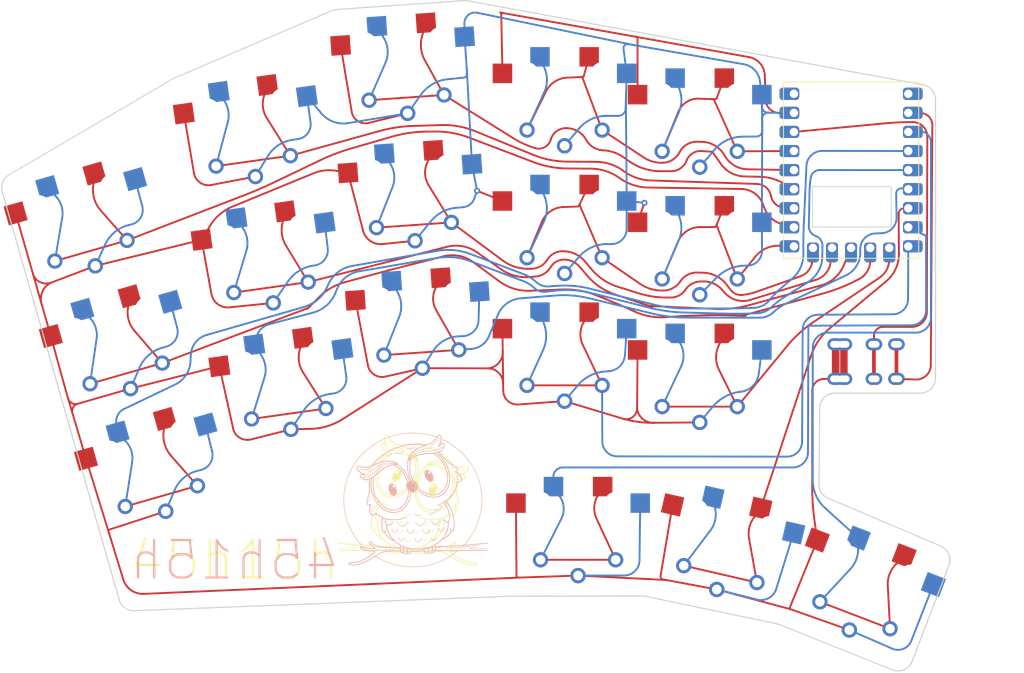
<source format=kicad_pcb>
(kicad_pcb (version 20221018) (generator pcbnew)
  (title_block (title "mini") (rev "v1.0.0") (company "Unknown"))
  (layers (0 "F.Cu" signal) (31 "B.Cu" signal) (34 "B.Paste" user) (35 "F.Paste" user) (36 "B.SilkS" user "B.Silkscreen") (37 "F.SilkS" user "F.Silkscreen") (38 "B.Mask" user) (39 "F.Mask" user) (44 "Edge.Cuts" user))
  (net 0 "")
  (net 1 "GP3")
  (net 2 "GND")
  (net 3 "GP10")
  (net 4 "GP15")
  (net 5 "GP4")
  (net 6 "GP11")
  (net 7 "GP26")
  (net 8 "GP5")
  (net 9 "GP12")
  (net 10 "GP27")
  (net 11 "GP8")
  (net 12 "GP13")
  (net 13 "GP28")
  (net 14 "GP9")
  (net 15 "GP14")
  (net 16 "GP29")
  (net 17 "GP7")
  (net 18 "GP6")
  (net 19 "GP2")
  (net 20 "P3V3")
  (net 21 "GP1")
  (net 22 "P5V")
  (net 23 "GP0")
  (footprint "RP2040-Zero" (layer "F.Cu") (at 182.746574 72.933756)
    (fp_text reference "RP2040Zero1")
    (fp_text value "")
    (fp_line (start 5 -5.13) (end 5 -10.5) (stroke (width 0.12)) (layer "Edge.Cuts"))
    (fp_line (start 5 -5.13) (end 15.5 -5.13) (stroke (width 0.12)) (layer "Edge.Cuts"))
    (fp_line (start 15.5 -10.5) (end 5 -10.5) (stroke (width 0.12)) (layer "Edge.Cuts"))
    (fp_line (start 15.5 -10.5) (end 15.5 -5.13) (stroke (width 0.12)) (layer "Edge.Cuts"))
  )
  (footprint "PG1350" (layer "F.Cu") (at 154.746574 51.100423 180)
    (fp_text reference "S30" hide)
    (fp_text value "" hide)
  )
  (footprint "PG1350" (layer "F.Cu") (at 172.746574 87.933756)
    (fp_text reference "S13" hide)
    (fp_text value "" hide)
  )
  (footprint "PG1350" (layer "F.Cu") (at 112.756262 55.246553 -172)
    (fp_text reference "S24" hide)
    (fp_text value "" hide)
  )
  (footprint "PG1350" (layer "F.Cu") (at 154.746574 85.100423 180)
    (fp_text reference "S28" hide)
    (fp_text value "" hide)
  )
  (footprint "PG1350" (layer "F.Cu") (at 135.408787 80.730637 -176)
    (fp_text reference "S25" hide)
    (fp_text value "" hide)
  )
  (footprint "PG1350" (layer "F.Cu") (at 100 100 16)
    (fp_text reference "S1" hide)
    (fp_text value "" hide)
  )
  (footprint "PG1350" (layer "F.Cu") (at 172.746574 53.933756 180)
    (fp_text reference "S33" hide)
    (fp_text value "" hide)
  )
  (footprint "PG1350" (layer "F.Cu") (at 134.42244 63.758096 -176)
    (fp_text reference "S26" hide)
    (fp_text value "" hide)
  )
  (footprint "PG1350" (layer "F.Cu") (at 194.785589 115.971129 -21)
    (fp_text reference "S18" hide)
    (fp_text value "" hide)
  )
  (footprint "PG1350" (layer "F.Cu") (at 115.122205 72.081111 8)
    (fp_text reference "S5" hide)
    (fp_text value "" hide)
  )
  (footprint "PG1350" (layer "F.Cu") (at 176.346574 110.333756 -13)
    (fp_text reference "S17" hide)
    (fp_text value "" hide)
  )
  (footprint "PG1350" (layer "F.Cu") (at 172.746574 70.933756 180)
    (fp_text reference "S32" hide)
    (fp_text value "" hide)
  )
  (footprint "PG1350" (layer "F.Cu") (at 115.122205 72.081111 -172)
    (fp_text reference "S23" hide)
    (fp_text value "" hide)
  )
  (footprint "PG1350" (layer "F.Cu") (at 176.346574 110.333756 167)
    (fp_text reference "S35" hide)
    (fp_text value "" hide)
  )
  (footprint "PG1350" (layer "F.Cu") (at 90.62833 67.317102 -164)
    (fp_text reference "S21" hide)
    (fp_text value "" hide)
  )
  (footprint "PG1350" (layer "F.Cu") (at 117.488148 88.915668 -172)
    (fp_text reference "S22" hide)
    (fp_text value "" hide)
  )
  (footprint "PG1350" (layer "F.Cu") (at 156.546574 108.333756 180)
    (fp_text reference "S34" hide)
    (fp_text value "" hide)
  )
  (footprint "PG1350" (layer "F.Cu") (at 194.785589 115.971129 159)
    (fp_text reference "S36" hide)
    (fp_text value "" hide)
  )
  (footprint "PG1350" (layer "F.Cu") (at 154.746574 51.100423)
    (fp_text reference "S12" hide)
    (fp_text value "" hide)
  )
  (footprint "PG1350" (layer "F.Cu") (at 90.62833 67.317102 16)
    (fp_text reference "S3" hide)
    (fp_text value "" hide)
  )
  (footprint "PG1350" (layer "F.Cu") (at 134.42244 63.758096 4)
    (fp_text reference "S8" hide)
    (fp_text value "" hide)
  )
  (footprint "PG1350" (layer "F.Cu") (at 95.314165 83.658551 -164)
    (fp_text reference "S20" hide)
    (fp_text value "" hide)
  )
  (footprint "PG1350" (layer "F.Cu") (at 133.436092 46.785556 4)
    (fp_text reference "S9" hide)
    (fp_text value "" hide)
  )
  (footprint "PG1350" (layer "F.Cu") (at 156.546574 108.333756)
    (fp_text reference "S16" hide)
    (fp_text value "" hide)
  )
  (footprint "PG1350" (layer "F.Cu") (at 172.746574 87.933756 180)
    (fp_text reference "S31" hide)
    (fp_text value "" hide)
  )
  (footprint "mini:owl" (layer "F.Cu") (at 134.532055 104.11898)
    (fp_text reference "G***" hide)
    (fp_text value "LOGO" hide)
  )
  (footprint "PG1350" (layer "F.Cu") (at 117.488148 88.915668 8)
    (fp_text reference "S4" hide)
    (fp_text value "" hide)
  )
  (footprint "TRRS-PJ-320A-dual" (layer "F.Cu") (at 202.146574 88.033756 -90)
    (fp_text reference "TRRS1")
    (fp_text value "TRRS-PJ-320A-dual")
  )
  (footprint "PG1350" (layer "F.Cu") (at 100 100 -164)
    (fp_text reference "S19" hide)
    (fp_text value "" hide)
  )
  (footprint "PG1350" (layer "F.Cu") (at 172.746574 70.933756)
    (fp_text reference "S14" hide)
    (fp_text value "" hide)
  )
  (footprint "PG1350" (layer "F.Cu") (at 133.436092 46.785556 -176)
    (fp_text reference "S27" hide)
    (fp_text value "" hide)
  )
  (footprint "PG1350" (layer "F.Cu") (at 135.408787 80.730637 4)
    (fp_text reference "S7" hide)
    (fp_text value "" hide)
  )
  (footprint "PG1350" (layer "F.Cu") (at 154.746574 85.100423)
    (fp_text reference "S10" hide)
    (fp_text value "" hide)
  )
  (footprint "PG1350" (layer "F.Cu") (at 154.746574 68.100423 180)
    (fp_text reference "S29" hide)
    (fp_text value "" hide)
  )
  (footprint "PG1350" (layer "F.Cu") (at 154.746574 68.100423)
    (fp_text reference "S11" hide)
    (fp_text value "" hide)
  )
  (footprint "PG1350" (layer "F.Cu") (at 112.756262 55.246553 8)
    (fp_text reference "S6" hide)
    (fp_text value "" hide)
  )
  (footprint "PG1350" (layer "F.Cu") (at 95.314165 83.658551 16)
    (fp_text reference "S2" hide)
    (fp_text value "" hide)
  )
  (footprint "PG1350" (layer "F.Cu") (at 172.746574 53.933756)
    (fp_text reference "S15" hide)
    (fp_text value "" hide)
  )
  (footprint "mini:owl" (layer "B.Cu") (at 134.532055 104.11898 180)
    (fp_text reference "G***" hide)
    (fp_text value "LOGO" hide)
  )
  (gr_line (start 183.02038 120.653194) (end 165.576678 117.00778) (stroke (width 0.15)) (layer "Edge.Cuts"))
  (gr_line (start 202.146574 89.933756) (end 190.727454 89.933756) (stroke (width 0.15)) (layer "Edge.Cuts"))
  (gr_line (start 147.508772 116.980215) (end 97.43712 118.912941) (stroke (width 0.15)) (layer "Edge.Cuts"))
  (gr_line (start 205.941639 112.859605) (end 201.029245 125.656831) (stroke (width 0.15)) (layer "Edge.Cuts"))
  (gr_line (start 188.727547 91.914545) (end 188.629912 102.07857) (stroke (width 0.15)) (layer "Edge.Cuts"))
  (gr_arc (start 97.43712 118.912941) (mid 96.187382 118.53462) (end 95.437455 117.465704) (stroke (width 0.15)) (layer "Edge.Cuts"))
  (gr_line (start 189.849113 103.939111) (end 204.855185 110.301539) (stroke (width 0.15)) (layer "Edge.Cuts"))
  (gr_arc (start 147.508772 116.980216) (mid 147.546582 116.979115) (end 147.584407 116.978728) (stroke (width 0.15)) (layer "Edge.Cuts"))
  (gr_line (start 141.867707 37.688572) (end 202.509594 48.881609) (stroke (width 0.15)) (layer "Edge.Cuts"))
  (gr_line (start 102.769345 47.982918) (end 123.750609 39.003132) (stroke (width 0.15)) (layer "Edge.Cuts"))
  (gr_line (start 124.398033 38.846681) (end 141.365174 37.660222) (stroke (width 0.15)) (layer "Edge.Cuts"))
  (gr_arc (start 79.855984 63.126659) (mid 79.92183 61.831914) (end 80.767806 60.849557) (stroke (width 0.15)) (layer "Edge.Cuts"))
  (gr_line (start 80.767806 60.849557) (end 102.545579 48.095767) (stroke (width 0.15)) (layer "Edge.Cuts"))
  (gr_arc (start 188.727546 91.914545) (mid 189.320049 90.512766) (end 190.727454 89.933756) (stroke (width 0.15)) (layer "Edge.Cuts"))
  (gr_arc (start 189.849114 103.939112) (mid 188.956991 103.193976) (end 188.629912 102.07857) (stroke (width 0.15)) (layer "Edge.Cuts"))
  (gr_arc (start 183.02038 120.653194) (mid 183.190338 120.69657) (end 183.355841 120.754671) (stroke (width 0.15)) (layer "Edge.Cuts"))
  (gr_arc (start 141.365174 37.660222) (mid 141.617336 37.658525) (end 141.867707 37.688572) (stroke (width 0.15)) (layer "Edge.Cuts"))
  (gr_arc (start 102.545579 48.095767) (mid 102.655693 48.035834) (end 102.769345 47.982918) (stroke (width 0.15)) (layer "Edge.Cuts"))
  (gr_line (start 204.146574 50.848387) (end 204.146574 87.933756) (stroke (width 0.15)) (layer "Edge.Cuts"))
  (gr_arc (start 204.146574 87.933756) (mid 203.560788 89.34797) (end 202.146574 89.933756) (stroke (width 0.15)) (layer "Edge.Cuts"))
  (gr_arc (start 123.75061 39.003133) (mid 124.067763 38.897766) (end 124.398033 38.846681) (stroke (width 0.15)) (layer "Edge.Cuts"))
  (gr_line (start 165.166047 116.965487) (end 147.584407 116.978728) (stroke (width 0.15)) (layer "Edge.Cuts"))
  (gr_arc (start 204.855185 110.301539) (mid 205.915328 111.361029) (end 205.941639 112.859605) (stroke (width 0.15)) (layer "Edge.Cuts"))
  (gr_arc (start 202.509594 48.881609) (mid 203.683786 49.568942) (end 204.146574 50.848387) (stroke (width 0.15)) (layer "Edge.Cuts"))
  (gr_arc (start 201.029244 125.656831) (mid 199.961868 126.773219) (end 198.417498 126.796325) (stroke (width 0.15)) (layer "Edge.Cuts"))
  (gr_arc (start 165.166047 116.965488) (mid 165.372457 116.976011) (end 165.576678 117.00778) (stroke (width 0.15)) (layer "Edge.Cuts"))
  (gr_line (start 95.437455 117.465704) (end 79.855985 63.126659) (stroke (width 0.15)) (layer "Edge.Cuts"))
  (gr_line (start 198.417498 126.796325) (end 183.355841 120.754671) (stroke (width 0.15)) (layer "Edge.Cuts"))
  (gr_text "45h15h" (at 125.044393 115.119167) (layer "B.SilkS") (effects (font (size 5 5) (thickness 0.3) bold) (justify left bottom mirror)))
  (gr_text "45h15h" (at 96.581409 115.119167) (layer "F.SilkS") (effects (font (size 5 5) (thickness 0.3) bold) (justify left bottom)))
  (segment (start 101.338109 95.167599) (end 101.50809 93.377781) (width 0.25) (layer "F.Cu") (net 1))
  (segment (start 105.85373 102.274608) (end 96.241113 105.030981) (width 0.25) (layer "F.Cu") (net 1))
  (segment (start 102.356777 98.306289) (end 105.85373 102.274608) (width 0.25) (layer "F.Cu") (net 1))
  (arc (start 101.338109 95.167599) (mid 101.522359 96.84245) (end 102.356777 98.306289) (width 0.25) (layer "F.Cu") (net 1))
  (segment (start 142.191774 71.400705) (end 149.313401 74.102879) (width 0.25) (layer "B.Cu") (net 1))
  (segment (start 96.062377 92.056249) (end 102.879008 88.791443) (width 0.25) (layer "B.Cu") (net 1))
  (segment (start 176.149966 78.658205) (end 171.020224 78.661728) (width 0.25) (layer "B.Cu") (net 1))
  (segment (start 137.775438 70.98826) (end 126.396002 73.016783) (width 0.25) (layer "B.Cu") (net 1))
  (segment (start 179.955859 78.576202) (end 179.547841 78.591861) (width 0.25) (layer "B.Cu") (net 1))
  (segment (start 120.054639 78.454526) (end 107.089611 82.187152) (width 0.25) (layer "B.Cu") (net 1))
  (segment (start 183.870824 75.698179) (end 185.013323 74.739956) (width 0.25) (layer "B.Cu") (net 1))
  (segment (start 189.066408 57.675333) (end 200.526574 57.693756) (width 0.25) (layer "B.Cu") (net 1))
  (segment (start 186.616719 67.305479) (end 186.958321 59.687764) (width 0.25) (layer "B.Cu") (net 1))
  (segment (start 104.930766 85.677978) (end 104.963082 84.894333) (width 0.25) (layer "B.Cu") (net 1))
  (segment (start 95.053688 93.899152) (end 95.211826 95.183205) (width 0.25) (layer "B.Cu") (net 1))
  (segment (start 96.308533 96.354829) (end 95.211826 95.183205) (width 0.25) (layer "B.Cu") (net 1))
  (segment (start 97.159236 99.112314) (end 96.241113 105.030981) (width 0.25) (layer "B.Cu") (net 1))
  (segment (start 153.821276 75.640861) (end 152.646808 75.723606) (width 0.25) (layer "B.Cu") (net 1))
  (segment (start 158.0708 76.01235) (end 166.421112 78.097733) (width 0.25) (layer "B.Cu") (net 1))
  (segment (start 123.129772 75.801339) (end 123.30591 75.414603) (width 0.25) (layer "B.Cu") (net 1))
  (arc (start 150.949377 75.121982) (mid 151.735397 75.599682) (end 152.646808 75.723606) (width 0.25) (layer "B.Cu") (net 1))
  (arc (start 104.930766 85.677978) (mid 104.336948 87.519437) (end 102.879008 88.791443) (width 0.25) (layer "B.Cu") (net 1))
  (arc (start 107.089611 82.187152) (mid 105.589295 83.197432) (end 104.963082 84.894333) (width 0.25) (layer "B.Cu") (net 1))
  (arc (start 186.616719 67.305479) (mid 186.554673 69.345529) (end 186.551431 71.38652) (width 0.25) (layer "B.Cu") (net 1))
  (arc (start 96.062377 92.056249) (mid 95.261171 92.815217) (end 95.053688 93.899152) (width 0.25) (layer "B.Cu") (net 1))
  (arc (start 96.308533 96.354829) (mid 97.051723 97.635516) (end 97.159236 99.112314) (width 0.25) (layer "B.Cu") (net 1))
  (arc (start 179.547841 78.591861) (mid 177.849216 78.641034) (end 176.149966 78.658205) (width 0.25) (layer "B.Cu") (net 1))
  (arc (start 183.870824 75.698179) (mid 182.924496 76.57044) (end 182.063818 77.527316) (width 0.25) (layer "B.Cu") (net 1))
  (arc (start 158.0708 76.01235) (mid 155.960699 75.658897) (end 153.821276 75.640861) (width 0.25) (layer "B.Cu") (net 1))
  (arc (start 123.129772 75.801339) (mid 121.882979 77.464949) (end 120.054639 78.454526) (width 0.25) (layer "B.Cu") (net 1))
  (arc (start 126.396002 73.016783) (mid 124.555333 73.834721) (end 123.30591 75.414603) (width 0.25) (layer "B.Cu") (net 1))
  (arc (start 149.313401 74.102879) (mid 150.181089 74.532646) (end 150.949377 75.121982) (width 0.25) (layer "B.Cu") (net 1))
  (arc (start 166.421112 78.097733) (mid 168.703344 78.520996) (end 171.020224 78.661728) (width 0.25) (layer "B.Cu") (net 1))
  (arc (start 189.066408 57.675333) (mid 187.608253 58.258229) (end 186.958321 59.687764) (width 0.25) (layer "B.Cu") (net 1))
  (arc (start 186.551431 71.38652) (mid 186.159839 73.236367) (end 185.013323 74.739956) (width 0.25) (layer "B.Cu") (net 1))
  (arc (start 142.191774 71.400705) (mid 140.011567 70.895084) (end 137.775438 70.98826) (width 0.25) (layer "B.Cu") (net 1))
  (arc (start 182.063818 77.527316) (mid 181.122539 78.278255) (end 179.955859 78.576202) (width 0.25) (layer "B.Cu") (net 1))
  (segment (start 184.755175 118.691328) (end 175.019363 116.082539) (width 0.25) (layer "F.Cu") (net 2))
  (segment (start 146.314984 39.417649) (end 146.471574 47.350423) (width 0.25) (layer "F.Cu") (net 2))
  (segment (start 106.405838 69.519263) (end 107.712537 76.716246) (width 0.25) (layer "F.Cu") (net 2))
  (segment (start 191.946574 83.433756) (end 191.946574 88.033756) (width 1) (layer "F.Cu") (net 2))
  (segment (start 125.906011 60.594466) (end 127.912593 68.298145) (width 0.25) (layer "F.Cu") (net 2))
  (segment (start 149.074019 114.488888) (end 156.546574 114.233756) (width 0.25) (layer "F.Cu") (net 2))
  (segment (start 126.403511 52.482191) (end 124.919663 43.621926) (width 0.25) (layer "F.Cu") (net 2))
  (segment (start 110.608285 94.650898) (end 108.771781 86.35382) (width 0.25) (layer "F.Cu") (net 2))
  (segment (start 165.383233 64.595159) (end 164.471574 67.183756) (width 0.25) (layer "F.Cu") (net 2))
  (segment (start 85.136214 78.18515) (end 83.948775 74.04406) (width 0.25) (layer "F.Cu") (net 2))
  (segment (start 107.682294 62.216027) (end 113.577383 61.089135) (width 0.25) (layer "F.Cu") (net 2))
  (segment (start 164.459672 42.625273) (end 164.471574 50.183756) (width 0.25) (layer "F.Cu") (net 2))
  (segment (start 181.505363 50.800214) (end 181.416807 47.634326) (width 0.25) (layer "F.Cu") (net 2))
  (segment (start 179.310733 45.187018) (end 164.357575 42.503573) (width 0.25) (layer "F.Cu") (net 2))
  (segment (start 83.948775 74.04406) (end 81.640249 65.99327) (width 0.25) (layer "F.Cu") (net 2))
  (segment (start 167.865766 114.747476) (end 168.662527 114.896174) (width 0.25) (layer "F.Cu") (net 2))
  (segment (start 164.357575 42.503573) (end 164.153743 42.467059) (width 0.25) (layer "F.Cu") (net 2))
  (segment (start 164.153743 42.467059) (end 164.357587 42.50351) (width 0.25) (layer "F.Cu") (net 2))
  (segment (start 154.746574 91.000423) (end 148.57417 91.446948) (width 0.25) (layer "F.Cu") (net 2))
  (segment (start 94.117123 108.112111) (end 101.62626 105.671444) (width 0.25) (layer "F.Cu") (net 2))
  (segment (start 148.343303 114.270668) (end 148.271574 104.583756) (width 0.25) (layer "F.Cu") (net 2))
  (segment (start 94.003509 108.330866) (end 94.10523 108.661459) (width 0.25) (layer "F.Cu") (net 2))
  (segment (start 167.859397 114.801511) (end 156.546574 114.233756) (width 0.25) (layer "F.Cu") (net 2))
  (segment (start 125.196174 93.394108) (end 135.82035 86.616265) (width 0.25) (layer "F.Cu") (net 2))
  (segment (start 189.287361 88.047816) (end 190.846574 88.033756) (width 0.25) (layer "F.Cu") (net 2))
  (segment (start 184.757116 118.685067) (end 184.916468 118.741328) (width 0.25) (layer "F.Cu") (net 2))
  (segment (start 183.422038 52.638973) (end 185.286574 52.613756) (width 0.25) (layer "F.Cu") (net 2))
  (segment (start 146.566105 88.646982) (end 146.57864 89.614533) (width 0.25) (layer "F.Cu") (net 2))
  (segment (start 86.326084 82.334719) (end 85.136214 78.18515) (width 0.25) (layer "F.Cu") (net 2))
  (segment (start 105.391916 60.626641) (end 104.039895 52.684705) (width 0.25) (layer "F.Cu") (net 2))
  (segment (start 130.482805 70.084868) (end 134.834003 69.643724) (width 0.25) (layer "F.Cu") (net 2))
  (segment (start 188.062926 107.144469) (end 188.404091 109.504708) (width 0.25) (layer "F.Cu") (net 2))
  (segment (start 148.588076 114.505479) (end 149.074019 114.488888) (width 0.25) (layer "F.Cu") (net 2))
  (segment (start 94.003188 108.330965) (end 91.011919 98.676168) (width 0.25) (layer "F.Cu") (net 2))
  (segment (start 168.662527 114.896174) (end 175.019363 116.082539) (width 0.25) (layer "F.Cu") (net 2))
  (segment (start 190.846574 88.033756) (end 190.846574 83.433756) (width 1) (layer "F.Cu") (net 2))
  (segment (start 166.718476 93.884075) (end 172.746574 93.833756) (width 0.25) (layer "F.Cu") (net 2))
  (segment (start 120.957267 94.690315) (end 118.309269 94.75825) (width 0.25) (layer "F.Cu") (net 2))
  (segment (start 110.540233 65.083607) (end 121.29535 60.663696) (width 0.25) (layer "F.Cu") (net 2))
  (segment (start 86.326084 82.334719) (end 88.058991 88.654629) (width 0.25) (layer "F.Cu") (net 2))
  (segment (start 135.82035 86.616265) (end 130.86713 87.73988) (width 0.25) (layer "F.Cu") (net 2))
  (segment (start 92.25459 72.988546) (end 86.391959 75.21168) (width 0.25) (layer "F.Cu") (net 2))
  (segment (start 128.639754 53.952967) (end 133.847655 52.671184) (width 0.25) (layer "F.Cu") (net 2))
  (segment (start 144.546462 86.636285) (end 135.82035 86.616265) (width 0.25) (layer "F.Cu") (net 2))
  (segment (start 89.91581 91.350013) (end 96.940425 89.329995) (width 0.25) (layer "F.Cu") (net 2))
  (segment (start 106.405838 69.519263) (end 92.25459 72.988546) (width 0.25) (layer "F.Cu") (net 2))
  (segment (start 167.534696 114.273496) (end 169.127228 104.818398) (width 0.25) (layer "F.Cu") (net 2))
  (segment (start 164.153743 42.467059) (end 146.189489 39.254778) (width 0.25) (layer "F.Cu") (net 2))
  (segment (start 110.097525 78.512184) (end 115.943326 77.923693) (width 0.25) (layer "F.Cu") (net 2))
  (segment (start 146.50976 84.297912) (end 146.471574 81.350423) (width 0.25) (layer "F.Cu") (net 2))
  (segment (start 106.405838 69.519263) (end 107.494116 67.703731) (width 0.25) (layer "F.Cu") (net 2))
  (segment (start 89.216009 92.62771) (end 91.011919 98.676168) (width 0.25) (layer "F.Cu") (net 2))
  (segment (start 143.091444 62.986473) (end 146.471574 64.350423) (width 0.25) (layer "F.Cu") (net 2))
  (segment (start 187.728148 102.488285) (end 187.728148 89.621153) (width 0.25) (layer "F.Cu") (net 2))
  (segment (start 164.405643 91.910619) (end 164.471574 84.183756) (width 0.25) (layer "F.Cu") (net 2))
  (segment (start 94.10523 108.661459) (end 94.003188 108.330965) (width 0.25) (layer "F.Cu") (net 2))
  (segment (start 94.10523 108.661459) (end 95.980199 114.755108) (width 0.25) (layer "F.Cu") (net 2))
  (segment (start 128.555718 86.228814) (end 126.892358 77.567007) (width 0.25) (layer "F.Cu") (net 2))
  (segment (start 125.906011 60.594466) (end 124.336866 60.326539) (width 0.25) (layer "F.Cu") (net 2))
  (segment (start 148.588162 114.50771) (end 98.694101 116.67011) (width 0.25) (layer "F.Cu") (net 2))
  (segment (start 89.216009 92.62771) (end 88.627051 90.644153) (width 0.25) (layer "F.Cu") (net 2))
  (segment (start 188.404091 109.504708) (end 184.709305 118.578678) (width 0.25) (layer "F.Cu") (net 2))
  (segment (start 112.965375 96.105726) (end 118.309269 94.75825) (width 0.25) (layer "F.Cu") (net 2))
  (segment (start 184.916468 118.741328) (end 192.671218 121.479254) (width 0.25) (layer "F.Cu") (net 2))
  (segment (start 146.50976 84.297912) (end 146.566105 88.646982) (width 0.25) (layer "F.Cu") (net 2))
  (segment (start 108.771781 86.35382) (end 96.940425 89.329995) (width 0.25) (layer "F.Cu") (net 2))
  (segment (start 154.746574 91.000423) (end 162.593774 93.363113) (width 0.25) (layer "F.Cu") (net 2))
  (via (at 143.091444 62.986473) (size 0.8) (drill 0.4) (layers "F.Cu" "B.Cu") (net 2))
  (via (at 165.383233 64.595159) (size 0.8) (drill 0.4) (layers "F.Cu" "B.Cu") (net 2))
  (arc (start 148.588162 114.50771) (mid 148.589229 114.506551) (end 148.588076 114.505479) (width 0.25) (layer "F.Cu") (net 2))
  (arc (start 167.534696 114.273496) (mid 167.603289 114.578199) (end 167.865766 114.747476) (width 0.25) (layer "F.Cu") (net 2))
  (arc (start 166.718476 93.884075) (mid 164.523141 93.762764) (end 162.593774 93.363113) (width 0.25) (layer "F.Cu") (net 2))
  (arc (start 146.566105 88.646982) (mid 145.965607 87.22526) (end 144.546462 86.636285) (width 0.25) (layer "F.Cu") (net 2))
  (arc (start 89.91581 91.350013) (mid 89.299675 91.843043) (end 89.216009 92.62771) (width 0.25) (layer "F.Cu") (net 2))
  (arc (start 184.755175 118.691328) (mid 184.759156 118.689131) (end 184.757116 118.685067) (width 0.25) (layer "F.Cu") (net 2))
  (arc (start 181.505363 50.800214) (mid 182.086764 52.112502) (end 183.422038 52.638973) (width 0.25) (layer "F.Cu") (net 2))
  (arc (start 110.608285 94.650898) (mid 111.479291 95.876582) (end 112.965375 96.105726) (width 0.25) (layer "F.Cu") (net 2))
  (arc (start 88.058991 88.654629) (mid 88.337796 89.650882) (end 88.627051 90.644153) (width 0.25) (layer "F.Cu") (net 2))
  (arc (start 187.728148 102.488285) (mid 187.81195 104.822387) (end 188.062926 107.144469) (width 0.25) (layer "F.Cu") (net 2))
  (arc (start 164.357587 42.50351) (mid 164.430719 42.545871) (end 164.459672 42.625273) (width 0.25) (layer "F.Cu") (net 2))
  (arc (start 146.189489 39.254778) (mid 146.185703 39.257343) (end 146.188171 39.261193) (width 0.25) (layer "F.Cu") (net 2))
  (arc (start 184.916468 118.741328) (mid 184.836306 118.714763) (end 184.755175 118.691328) (width 0.25) (layer "F.Cu") (net 2))
  (arc (start 125.196174 93.394108) (mid 123.165116 94.331285) (end 120.957267 94.690315) (width 0.25) (layer "F.Cu") (net 2))
  (arc (start 146.57864 89.614533) (mid 147.180897 90.961455) (end 148.57417 91.446948) (width 0.25) (layer "F.Cu") (net 2))
  (arc (start 86.391959 75.21168) (mid 85.224113 76.373837) (end 85.136214 78.18515) (width 0.25) (layer "F.Cu") (net 2))
  (arc (start 128.555718 86.228814) (mid 129.391067 87.474383) (end 130.86713 87.73988) (width 0.25) (layer "F.Cu") (net 2))
  (arc (start 94.117123 108.112111) (mid 94.015514 108.19822) (end 94.003509 108.330866) (width 0.25) (layer "F.Cu") (net 2))
  (arc (start 105.391916 60.626641) (mid 106.203207 61.902495) (end 107.682294 62.216027) (width 0.25) (layer "F.Cu") (net 2))
  (arc (start 164.357587 42.50351) (mid 164.357549 42.503535) (end 164.357575 42.503573) (width 0.25) (layer "F.Cu") (net 2))
  (arc (start 162.593774 93.363113) (mid 163.833039 93.111837) (end 164.405643 91.910619) (width 0.25) (layer "F.Cu") (net 2))
  (arc (start 146.188171 39.261193) (mid 146.278433 39.317653) (end 146.314984 39.417649) (width 0.25) (layer "F.Cu") (net 2))
  (arc (start 83.948775 74.04406) (mid 84.895827 75.154697) (end 86.391959 75.21168) (width 0.25) (layer "F.Cu") (net 2))
  (arc (start 144.546462 86.636285) (mid 145.945411 85.951099) (end 146.50976 84.297912) (width 0.25) (layer "F.Cu") (net 2))
  (arc (start 94.003188 108.330965) (mid 94.003398 108.331075) (end 94.003509 108.330866) (width 0.25) (layer "F.Cu") (net 2))
  (arc (start 127.912593 68.298145) (mid 128.86728 69.666815) (end 130.482805 70.084868) (width 0.25) (layer "F.Cu") (net 2))
  (arc (start 167.859397 114.801511) (mid 167.887842 114.77747) (end 167.865766 114.747476) (width 0.25) (layer "F.Cu") (net 2))
  (arc (start 107.712537 76.716246) (mid 108.553763 78.080695) (end 110.097525 78.512184) (width 0.25) (layer "F.Cu") (net 2))
  (arc (start 110.540233 65.083607) (mid 108.805461 66.147534) (end 107.494116 67.703731) (width 0.25) (layer "F.Cu") (net 2))
  (arc (start 95.980199 114.755108) (mid 97.010355 116.175735) (end 98.694101 116.67011) (width 0.25) (layer "F.Cu") (net 2))
  (arc (start 124.336866 60.326539) (mid 122.792393 60.281184) (end 121.29535 60.663696) (width 0.25) (layer "F.Cu") (net 2))
  (arc (start 179.310733 45.187018) (mid 180.798434 46.036614) (end 181.416807 47.634326) (width 0.25) (layer "F.Cu") (net 2))
  (arc (start 126.403511 52.482191) (mid 127.200656 53.705608) (end 128.639754 53.952967) (width 0.25) (layer "F.Cu") (net 2))
  (arc (start 184.709305 118.578678) (mid 184.710436 118.642107) (end 184.757116 118.685067) (width 0.25) (layer "F.Cu") (net 2))
  (arc (start 189.287361 88.047816) (mid 188.183981 88.513618) (end 187.728148 89.621153) (width 0.25) (layer "F.Cu") (net 2))
  (arc (start 164.405643 91.910619) (mid 165.078434 93.312042) (end 166.718476 93.884075) (width 0.25) (layer "F.Cu") (net 2))
  (arc (start 149.074019 114.488888) (mid 148.831069 114.497741) (end 148.588162 114.50771) (width 0.25) (layer "F.Cu") (net 2))
  (arc (start 168.662527 114.896174) (mid 168.262552 114.835349) (end 167.859397 114.801511) (width 0.25) (layer "F.Cu") (net 2))
  (arc (start 88.627051 90.644153) (mid 89.126132 91.262368) (end 89.91581 91.350013) (width 0.25) (layer "F.Cu") (net 2))
  (arc (start 148.343303 114.270668) (mid 148.416137 114.439728) (end 148.588076 114.505479) (width 0.25) (layer "F.Cu") (net 2))
  (segment (start 141.204721 82.347799) (end 140.605758 82.373287) (width 0.25) (layer "B.Cu") (net 2))
  (segment (start 164.759376 43.723991) (end 163.251015 43.461244) (width 0.25) (layer "B.Cu") (net 2))
  (segment (start 156.488967 88.920027) (end 154.746574 91.000423) (width 0.25) (layer "B.Cu") (net 2))
  (segment (start 141.429348 42.467456) (end 141.404562 40.694135) (width 0.25) (layer "B.Cu") (net 2))
  (segment (start 174.972316 74.568872) (end 172.746574 76.833756) (width 0.25) (layer "B.Cu") (net 2))
  (segment (start 181.021574 50.183756) (end 180.751358 48.323188) (width 0.25) (layer "B.Cu") (net 2))
  (segment (start 164.726393 112.211215) (end 164.821574 104.583756) (width 0.25) (layer "B.Cu") (net 2))
  (segment (start 181.021574 67.183756) (end 181.041898 70.965475) (width 0.25) (layer "B.Cu") (net 2))
  (segment (start 102.785521 102.908679) (end 101.62626 105.671444) (width 0.25) (layer "B.Cu") (net 2))
  (segment (start 143.116629 39.279448) (end 163.255474 43.437811) (width 0.25) (layer "B.Cu") (net 2))
  (segment (start 162.940989 50.113429) (end 163.021574 47.350423) (width 0.25) (layer "B.Cu") (net 2))
  (segment (start 162.794827 84.83992) (end 163.021574 81.350423) (width 0.25) (layer "B.Cu") (net 2))
  (segment (start 141.321163 47.92224) (end 139.166829 48.135014) (width 0.25) (layer "B.Cu") (net 2))
  (segment (start 96.660597 67.566218) (end 97.080368 67.459497) (width 0.25) (layer "B.Cu") (net 2))
  (segment (start 162.920722 52.047187) (end 163.021574 64.350423) (width 0.25) (layer "B.Cu") (net 2))
  (segment (start 181.039734 51.778284) (end 181.021574 50.183756) (width 0.25) (layer "B.Cu") (net 2))
  (segment (start 181.854516 52.589542) (end 185.286574 52.613756) (width 0.25) (layer "B.Cu") (net 2))
  (segment (start 178.628946 46.13998) (end 164.759376 43.723991) (width 0.25) (layer "B.Cu") (net 2))
  (segment (start 181.021574 67.183756) (end 181.064518 54.973777) (width 0.25) (layer "B.Cu") (net 2))
  (segment (start 120.917881 53.861161) (end 120.428831 50.38139) (width 0.25) (layer "B.Cu") (net 2))
  (segment (start 178.801429 72.963216) (end 179.054865 72.963216) (width 0.25) (layer "B.Cu") (net 2))
  (segment (start 142.721878 64.026395) (end 143.091444 62.986473) (width 0.25) (layer "B.Cu") (net 2))
  (segment (start 105.795029 100.2991) (end 106.352367 100.153708) (width 0.25) (layer "B.Cu") (net 2))
  (segment (start 123.49637 90.050647) (end 123.968824 89.982404) (width 0.25) (layer "B.Cu") (net 2))
  (segment (start 160.614052 87.021212) (end 160.176783 87.04973) (width 0.25) (layer "B.Cu") (net 2))
  (segment (start 181.058083 53.389434) (end 181.058389 53.416286) (width 0.25) (layer "B.Cu") (net 2))
  (segment (start 141.701325 46.434608) (end 141.429348 42.467456) (width 0.25) (layer "B.Cu") (net 2))
  (segment (start 142.415696 59.439996) (end 143.091444 62.986473) (width 0.25) (layer "B.Cu") (net 2))
  (segment (start 93.567355 70.139876) (end 92.25459 72.988546) (width 0.25) (layer "B.Cu") (net 2))
  (segment (start 120.019696 92.22932) (end 118.309269 94.75825) (width 0.25) (layer "B.Cu") (net 2))
  (segment (start 180.377101 117.435039) (end 175.019363 116.082539) (width 0.25) (layer "B.Cu") (net 2))
  (segment (start 125.90438 53.974705) (end 133.847655 52.671184) (width 0.25) (layer "B.Cu") (net 2))
  (segment (start 156.645308 54.727177) (end 154.746574 57.000423) (width 0.25) (layer "B.Cu") (net 2))
  (segment (start 182.937233 115.998916) (end 185.253053 108.541338) (width 0.25) (layer "B.Cu") (net 2))
  (segment (start 160.309479 53.013499) (end 161.889305 53.013499) (width 0.25) (layer "B.Cu") (net 2))
  (segment (start 98.137818 86.55498) (end 96.940425 89.329995) (width 0.25) (layer "B.Cu") (net 2))
  (segment (start 119.216103 56.107471) (end 118.566198 56.195408) (width 0.25) (layer "B.Cu") (net 2))
  (segment (start 123.206093 70.657489) (end 122.794774 67.215948) (width 0.25) (layer "B.Cu") (net 2))
  (segment (start 141.760384 47.395246) (end 142.415696 59.439996) (width 0.25) (layer "B.Cu") (net 2))
  (segment (start 163.010658 68.081754) (end 163.021574 64.350423) (width 0.25) (layer "B.Cu") (net 2))
  (segment (start 181.058083 53.389434) (end 181.039734 51.778284) (width 0.25) (layer "B.Cu") (net 2))
  (segment (start 103.154094 81.23354) (end 102.234965 77.772921) (width 0.25) (layer "B.Cu") (net 2))
  (segment (start 136.928513 67.057098) (end 134.834003 69.643724) (width 0.25) (layer "B.Cu") (net 2))
  (segment (start 125.672917 87.71363) (end 125.160717 84.050505) (width 0.25) (layer "B.Cu") (net 2))
  (segment (start 162.595908 44.08897) (end 163.021574 47.350423) (width 0.25) (layer "B.Cu") (net 2))
  (segment (start 122.335513 52.652297) (end 120.428831 50.38139) (width 0.25) (layer "B.Cu") (net 2))
  (segment (start 180.602528 87.403449) (end 181.021574 84.183756) (width 0.25) (layer "B.Cu") (net 2))
  (segment (start 156.683647 71.771811) (end 154.746574 74.000423) (width 0.25) (layer "B.Cu") (net 2))
  (segment (start 98.50396 65.038256) (end 97.54913 61.431472) (width 0.25) (layer "B.Cu") (net 2))
  (segment (start 174.724656 57.510139) (end 172.746574 59.833756) (width 0.25) (layer "B.Cu") (net 2))
  (segment (start 198.386322 123.966349) (end 192.671218 121.479254) (width 0.25) (layer "B.Cu") (net 2))
  (segment (start 121.303847 72.953429) (end 121.455453 72.932077) (width 0.25) (layer "B.Cu") (net 2))
  (segment (start 137.234615 84.341781) (end 135.82035 86.616265) (width 0.25) (layer "B.Cu") (net 2))
  (segment (start 143.290967 80.233273) (end 143.402043 76.412537) (width 0.25) (layer "B.Cu") (net 2))
  (segment (start 178.412914 55.781682) (end 180.306268 55.760972) (width 0.25) (layer "B.Cu") (net 2))
  (segment (start 101.739253 83.727783) (end 101.165615 83.892253) (width 0.25) (layer "B.Cu") (net 2))
  (segment (start 181.058389 53.416286) (end 181.076126 54.973731) (width 0.25) (layer "B.Cu") (net 2))
  (segment (start 141.253394 65.168279) (end 140.291603 65.257518) (width 0.25) (layer "B.Cu") (net 2))
  (segment (start 117.935924 75.034486) (end 115.943326 77.923693) (width 0.25) (layer "B.Cu") (net 2))
  (segment (start 141.701325 46.434608) (end 141.767156 47.39483) (width 0.25) (layer "B.Cu") (net 2))
  (segment (start 163.021574 64.350423) (end 165.383233 64.595159) (width 0.25) (layer "B.Cu") (net 2))
  (segment (start 133.847655 52.671184) (end 135.635389 50.175108) (width 0.25) (layer "B.Cu") (net 2))
  (segment (start 162.695373 114.221161) (end 156.546574 114.233756) (width 0.25) (layer "B.Cu") (net 2))
  (segment (start 107.810031 97.701471) (end 106.9208 94.11437) (width 0.25) (layer "B.Cu") (net 2))
  (segment (start 174.467191 91.759528) (end 172.746574 93.833756) (width 0.25) (layer "B.Cu") (net 2))
  (segment (start 115.204102 58.400833) (end 113.577383 61.089135) (width 0.25) (layer "B.Cu") (net 2))
  (segment (start 178.249761 89.744322) (end 178.11319 89.761394) (width 0.25) (layer "B.Cu") (net 2))
  (segment (start 200.929153 122.910315) (end 203.854847 115.435697) (width 0.25) (layer "B.Cu") (net 2))
  (segment (start 162.884601 52.046809) (end 162.940989 50.113429) (width 0.25) (layer "B.Cu") (net 2))
  (segment (start 161.003594 70.082955) (end 160.389217 70.082955) (width 0.25) (layer "B.Cu") (net 2))
  (arc (start 162.794827 84.83992) (mid 162.115205 86.341234) (end 160.614052 87.021212) (width 0.25) (layer "B.Cu") (net 2))
  (arc (start 123.206093 70.657489) (mid 122.794884 72.151987) (end 121.455453 72.932077) (width 0.25) (layer "B.Cu") (net 2))
  (arc (start 142.721878 64.026395) (mid 142.154415 64.811818) (end 141.253394 65.168279) (width 0.25) (layer "B.Cu") (net 2))
  (arc (start 181.076126 54.973731) (mid 180.854291 55.526845) (end 180.306268 55.760972) (width 0.25) (layer "B.Cu") (net 2))
  (arc (start 160.176783 87.04973) (mid 158.14125 87.607037) (end 156.488967 88.920027) (width 0.25) (layer "B.Cu") (net 2))
  (arc (start 178.412914 55.781682) (mid 176.381278 56.245799) (end 174.724656 57.510139) (width 0.25) (layer "B.Cu") (net 2))
  (arc (start 178.11319 89.761394) (mid 176.099615 90.412717) (end 174.467191 91.759528) (width 0.25) (layer "B.Cu") (net 2))
  (arc (start 140.605758 82.373287) (mid 138.676199 82.939693) (end 137.234615 84.341781) (width 0.25) (layer "B.Cu") (net 2))
  (arc (start 180.602528 87.403449) (mid 179.826073 88.975846) (end 178.249761 89.744322) (width 0.25) (layer "B.Cu") (net 2))
  (arc (start 123.49637 90.050647) (mid 121.527935 90.772798) (end 120.019696 92.22932) (width 0.25) (layer "B.Cu") (net 2))
  (arc (start 103.154094 81.23354) (mid 102.956096 82.769628) (end 101.739253 83.727783) (width 0.25) (layer "B.Cu") (net 2))
  (arc (start 140.291603 65.257518) (mid 138.428218 65.817482) (end 136.928513 67.057098) (width 0.25) (layer "B.Cu") (net 2))
  (arc (start 121.303847 72.953429) (mid 119.401607 73.640702) (end 117.935924 75.034486) (width 0.25) (layer "B.Cu") (net 2))
  (arc (start 122.335513 52.652297) (mid 123.944933 53.785819) (end 125.90438 53.974705) (width 0.25) (layer "B.Cu") (net 2))
  (arc (start 178.628946 46.13998) (mid 180.044073 46.887518) (end 180.751358 48.323188) (width 0.25) (layer "B.Cu") (net 2))
  (arc (start 162.920722 52.047187) (mid 162.902847 52.029271) (end 162.884601 52.046809) (width 0.25) (layer "B.Cu") (net 2))
  (arc (start 96.660597 67.566218) (mid 94.822834 68.503127) (end 93.567355 70.139876) (width 0.25) (layer "B.Cu") (net 2))
  (arc (start 98.50396 65.038256) (mid 98.297109 66.545764) (end 97.080368 67.459497) (width 0.25) (layer "B.Cu") (net 2))
  (arc (start 162.884601 52.046809) (mid 162.583045 52.732049) (end 161.889305 53.013499) (width 0.25) (layer "B.Cu") (net 2))
  (arc (start 181.039734 51.778284) (mid 181.281294 52.350463) (end 181.854516 52.589542) (width 0.25) (layer "B.Cu") (net 2))
  (arc (start 160.389217 70.082955) (mid 158.353076 70.525075) (end 156.683647 71.771811) (width 0.25) (layer "B.Cu") (net 2))
  (arc (start 143.116629 39.279448) (mid 141.921437 39.576338) (end 141.404562 40.694135) (width 0.25) (layer "B.Cu") (net 2))
  (arc (start 181.064518 54.973777) (mid 181.064355 54.19502) (end 181.058389 53.416286) (width 0.25) (layer "B.Cu") (net 2))
  (arc (start 105.795029 100.2991) (mid 103.985343 101.252226) (end 102.785521 102.908679) (width 0.25) (layer "B.Cu") (net 2))
  (arc (start 141.767156 47.39483) (mid 141.65108 47.74895) (end 141.321163 47.92224) (width 0.25) (layer "B.Cu") (net 2))
  (arc (start 125.672917 87.71363) (mid 125.289245 89.199817) (end 123.968824 89.982404) (width 0.25) (layer "B.Cu") (net 2))
  (arc (start 163.251015 43.461244) (mid 162.764716 43.609437) (end 162.595908 44.08897) (width 0.25) (layer "B.Cu") (net 2))
  (arc (start 120.917881 53.861161) (mid 120.533908 55.338046) (end 119.216103 56.107471) (width 0.25) (layer "B.Cu") (net 2))
  (arc (start 160.309479 53.013499) (mid 158.286928 53.463087) (end 156.645308 54.727177) (width 0.25) (layer "B.Cu") (net 2))
  (arc (start 181.854516 52.589542) (mid 181.288472 52.822386) (end 181.058083 53.389434) (width 0.25) (layer "B.Cu") (net 2))
  (arc (start 141.760384 47.395246) (mid 141.732547 46.914823) (end 141.701325 46.434608) (width 0.25) (layer "B.Cu") (net 2))
  (arc (start 181.041898 70.965475) (mid 180.4637 72.377438) (end 179.054865 72.963216) (width 0.25) (layer "B.Cu") (net 2))
  (arc (start 139.166829 48.135014) (mid 137.180807 48.773714) (end 135.635389 50.175108) (width 0.25) (layer "B.Cu") (net 2))
  (arc (start 101.165615 83.892253) (mid 99.352523 84.883403) (end 98.137818 86.55498) (width 0.25) (layer "B.Cu") (net 2))
  (arc (start 143.290967 80.233273) (mid 142.663768 81.700897) (end 141.204721 82.347799) (width 0.25) (layer "B.Cu") (net 2))
  (arc (start 164.726393 112.211215) (mid 164.122887 113.632512) (end 162.695373 114.221161) (width 0.25) (layer "B.Cu") (net 2))
  (arc (start 118.566198 56.195408) (mid 116.635046 56.916846) (end 115.204102 58.400833) (width 0.25) (layer "B.Cu") (net 2))
  (arc (start 107.810031 97.701471) (mid 107.584703 99.226883) (end 106.352367 100.153708) (width 0.25) (layer "B.Cu") (net 2))
  (arc (start 198.386322 123.966349) (mid 199.882252 123.978942) (end 200.929153 122.910315) (width 0.25) (layer "B.Cu") (net 2))
  (arc (start 163.255474 43.437811) (mid 164.00631 43.586759) (end 164.759376 43.723991) (width 0.25) (layer "B.Cu") (net 2))
  (arc (start 141.767156 47.39483) (mid 141.763563 47.391676) (end 141.760384 47.395246) (width 0.25) (layer "B.Cu") (net 2))
  (arc (start 162.940989 50.113429) (mid 162.921826 51.080213) (end 162.920722 52.047187) (width 0.25) (layer "B.Cu") (net 2))
  (arc (start 163.010658 68.081754) (mid 162.420731 69.497171) (end 161.003594 70.082955) (width 0.25) (layer "B.Cu") (net 2))
  (arc (start 181.076126 54.973731) (mid 181.070299 54.967993) (end 181.064518 54.973777) (width 0.25) (layer "B.Cu") (net 2))
  (arc (start 163.251015 43.461244) (mid 163.264779 43.451722) (end 163.255474 43.437811) (width 0.25) (layer "B.Cu") (net 2))
  (arc (start 180.377101 117.435039) (mid 181.943341 117.227131) (end 182.937233 115.998916) (width 0.25) (layer "B.Cu") (net 2))
  (arc (start 178.801429 72.963216) (mid 176.72536 73.380876) (end 174.972316 74.568872) (width 0.25) (layer "B.Cu") (net 2))
  (segment (start 193.389794 75.037972) (end 193.920628 74.772556) (width 0.25) (layer "F.Cu") (net 3))
  (segment (start 178.723786 79.636337) (end 178.812431 79.639292) (width 0.25) (layer "F.Cu") (net 3))
  (segment (start 101.167895 85.933159) (end 120.533563 78.626535) (width 0.25) (layer "F.Cu") (net 3))
  (segment (start 122.060445 77.146874) (end 120.666707 78.540612) (width 0.25) (layer "F.Cu") (net 3))
  (segment (start 138.63719 71.718195) (end 133.904881 72.916247) (width 0.25) (layer "F.Cu") (net 3))
  (segment (start 125.491932 75.158277) (end 129.372157 74.105073) (width 0.25) (layer "F.Cu") (net 3))
  (segment (start 195.445424 72.307244) (end 195.446574 70.603756) (width 0.25) (layer "F.Cu") (net 3))
  (segment (start 154.495756 76.13413) (end 150.152747 76.303338) (width 0.25) (layer "F.Cu") (net 3))
  (segment (start 173.848983 79.561097) (end 172.713514 79.588132) (width 0.25) (layer "F.Cu") (net 3))
  (segment (start 178.598536 79.632162) (end 178.259389 79.620857) (width 0.25) (layer "F.Cu") (net 3))
  (segment (start 164.06321 79.06063) (end 164.082495 79.069446) (width 0.25) (layer "F.Cu") (net 3))
  (segment (start 120.552084 78.655235) (end 120.494773 78.712547) (width 0.25) (layer "F.Cu") (net 3))
  (segment (start 96.591127 78.69472) (end 96.822255 77.036332) (width 0.25) (layer "F.Cu") (net 3))
  (segment (start 189.121083 76.676193) (end 178.592517 79.581379) (width 0.25) (layer "F.Cu") (net 3))
  (segment (start 101.167895 85.933159) (end 97.452968 81.621609) (width 0.25) (layer "F.Cu") (net 3))
  (segment (start 178.723786 79.636337) (end 178.598536 79.632162) (width 0.25) (layer "F.Cu") (net 3))
  (segment (start 120.666707 78.540612) (end 120.552084 78.655235) (width 0.25) (layer "F.Cu") (net 3))
  (segment (start 146.04486 75.040168) (end 142.59471 72.494975) (width 0.25) (layer "F.Cu") (net 3))
  (segment (start 159.959813 77.303243) (end 158.963192 76.904595) (width 0.25) (layer "F.Cu") (net 3))
  (segment (start 101.167895 85.933159) (end 91.555278 88.689532) (width 0.25) (layer "F.Cu") (net 3))
  (segment (start 176.902441 79.575625) (end 178.259389 79.620857) (width 0.25) (layer "F.Cu") (net 3))
  (segment (start 178.812431 79.639292) (end 178.856754 79.64077) (width 0.25) (layer "F.Cu") (net 3))
  (arc (start 158.963192 76.904595) (mid 156.770019 76.284268) (end 154.495756 76.13413) (width 0.25) (layer "F.Cu") (net 3))
  (arc (start 120.533563 78.626535) (mid 120.604712 78.590667) (end 120.666707 78.540612) (width 0.25) (layer "F.Cu") (net 3))
  (arc (start 159.959813 77.303243) (mid 162.022116 78.157175) (end 164.06321 79.06063) (width 0.25) (layer "F.Cu") (net 3))
  (arc (start 195.445424 72.307244) (mid 195.032973 73.756342) (end 193.920628 74.772556) (width 0.25) (layer "F.Cu") (net 3))
  (arc (start 96.591127 78.69472) (mid 96.706421 80.251102) (end 97.452968 81.621609) (width 0.25) (layer "F.Cu") (net 3))
  (arc (start 176.902441 79.575625) (mid 175.375815 79.546555) (end 173.848983 79.561097) (width 0.25) (layer "F.Cu") (net 3))
  (arc (start 164.082495 79.069446) (mid 166.142814 79.711041) (end 168.298224 79.814811) (width 0.25) (layer "F.Cu") (net 3))
  (arc (start 178.592517 79.581379) (mid 178.573712 79.609355) (end 178.598536 79.632162) (width 0.25) (layer "F.Cu") (net 3))
  (arc (start 178.259389 79.620857) (mid 178.427449 79.613741) (end 178.592517 79.581379) (width 0.25) (layer "F.Cu") (net 3))
  (arc (start 142.59471 72.494975) (mid 140.703162 71.662256) (end 138.63719 71.718195) (width 0.25) (layer "F.Cu") (net 3))
  (arc (start 125.491932 75.158277) (mid 123.646106 75.928109) (end 122.060445 77.146874) (width 0.25) (layer "F.Cu") (net 3))
  (arc (start 193.389794 75.037972) (mid 191.295281 75.960901) (end 189.121083 76.676193) (width 0.25) (layer "F.Cu") (net 3))
  (arc (start 120.552084 78.655235) (mid 120.554409 78.633407) (end 120.533563 78.626535) (width 0.25) (layer "F.Cu") (net 3))
  (arc (start 146.04486 75.040168) (mid 147.991277 76.021434) (end 150.152747 76.303338) (width 0.25) (layer "F.Cu") (net 3))
  (arc (start 172.713514 79.588132) (mid 170.504311 79.671126) (end 168.298224 79.814811) (width 0.25) (layer "F.Cu") (net 3))
  (arc (start 133.904881 72.916247) (mid 131.63598 73.500978) (end 129.372157 74.105073) (width 0.25) (layer "F.Cu") (net 3))
  (segment (start 92.425649 82.660933) (end 91.555278 88.689532) (width 0.25) (layer "B.Cu") (net 3))
  (segment (start 91.587046 79.98094) (end 90.525991 78.841756) (width 0.25) (layer "B.Cu") (net 3))
  (arc (start 91.587046 79.98094) (mid 92.310674 81.225709) (end 92.425649 82.660933) (width 0.25) (layer "B.Cu") (net 3))
  (segment (start 150.594256 59.168036) (end 141.983997 55.896138) (width 0.25) (layer "F.Cu") (net 4))
  (segment (start 126.384532 57.335464) (end 131.742747 55.784402) (width 0.25) (layer "F.Cu") (net 4))
  (segment (start 92.976809 65.616241) (end 96.48206 69.59171) (width 0.25) (layer "F.Cu") (net 4))
  (segment (start 181.369581 65.313725) (end 181.170383 64.782531) (width 0.25) (layer "F.Cu") (net 4))
  (segment (start 111.977033 63.621224) (end 96.48206 69.59171) (width 0.25) (layer "F.Cu") (net 4))
  (segment (start 122.029346 58.998963) (end 116.273726 61.76465) (width 0.25) (layer "F.Cu") (net 4))
  (segment (start 96.48206 69.59171) (end 86.869443 72.348083) (width 0.25) (layer "F.Cu") (net 4))
  (segment (start 155.092113 60.013708) (end 158.236499 60.040583) (width 0.25) (layer "F.Cu") (net 4))
  (segment (start 165.881589 62.552821) (end 178.27967 62.745787) (width 0.25) (layer "F.Cu") (net 4))
  (segment (start 91.962833 62.482126) (end 92.13642 60.694883) (width 0.25) (layer "F.Cu") (net 4))
  (segment (start 183.630111 67.389163) (end 185.286574 67.853756) (width 0.25) (layer "F.Cu") (net 4))
  (segment (start 136.315486 55.109936) (end 137.490236 55.096883) (width 0.25) (layer "F.Cu") (net 4))
  (arc (start 126.384532 57.335464) (mid 124.172366 58.076698) (end 122.029346 58.998963) (width 0.25) (layer "F.Cu") (net 4))
  (arc (start 136.315486 55.109936) (mid 134.006262 55.292224) (end 131.742747 55.784402) (width 0.25) (layer "F.Cu") (net 4))
  (arc (start 150.594256 59.168036) (mid 152.805602 59.790763) (end 155.092113 60.013708) (width 0.25) (layer "F.Cu") (net 4))
  (arc (start 141.983997 55.896138) (mid 139.774617 55.285666) (end 137.490236 55.096883) (width 0.25) (layer "F.Cu") (net 4))
  (arc (start 178.27967 62.745787) (mid 180.039059 63.318458) (end 181.170383 64.782531) (width 0.25) (layer "F.Cu") (net 4))
  (arc (start 181.369581 65.313725) (mid 182.251781 66.621631) (end 183.630111 67.389163) (width 0.25) (layer "F.Cu") (net 4))
  (arc (start 116.273726 61.76465) (mid 114.143984 62.735994) (end 111.977033 63.621224) (width 0.25) (layer "F.Cu") (net 4))
  (arc (start 162.059133 61.289303) (mid 163.87369 62.213515) (end 165.881589 62.552821) (width 0.25) (layer "F.Cu") (net 4))
  (arc (start 91.962833 62.482126) (mid 92.144224 64.154523) (end 92.976809 65.616241) (width 0.25) (layer "F.Cu") (net 4))
  (arc (start 158.236499 60.040583) (mid 160.244475 60.369044) (end 162.059133 61.289303) (width 0.25) (layer "F.Cu") (net 4))
  (segment (start 86.981586 63.705674) (end 85.840156 62.500307) (width 0.25) (layer "B.Cu") (net 4))
  (segment (start 87.847093 66.548001) (end 86.869443 72.348083) (width 0.25) (layer "B.Cu") (net 4))
  (arc (start 86.981586 63.705674) (mid 87.749026 65.024923) (end 87.847093 66.548001) (width 0.25) (layer "B.Cu") (net 4))
  (segment (start 119.930545 87.196728) (end 122.968346 91.982821) (width 0.25) (layer "F.Cu") (net 5))
  (segment (start 122.968346 91.982821) (end 113.065665 93.374552) (width 0.25) (layer "F.Cu") (net 5))
  (segment (start 119.470024 84.178242) (end 119.903196 82.567781) (width 0.25) (layer "F.Cu") (net 5))
  (arc (start 119.470024 84.178242) (mid 119.383209 85.73586) (end 119.930545 87.196728) (width 0.25) (layer "F.Cu") (net 5))
  (segment (start 189.069002 71.764614) (end 189.089102 70.297312) (width 0.25) (layer "B.Cu") (net 5))
  (segment (start 152.190119 76.438416) (end 153.644435 76.278595) (width 0.25) (layer "B.Cu") (net 5))
  (segment (start 176.014246 79.345201) (end 170.701421 79.202762) (width 0.25) (layer "B.Cu") (net 5))
  (segment (start 127.394908 73.709363) (end 137.771204 71.935271) (width 0.25) (layer "B.Cu") (net 5))
  (segment (start 187.276501 67.709636) (end 187.365036 63.194377) (width 0.25) (layer "B.Cu") (net 5))
  (segment (start 124.231556 76.581451) (end 124.417754 76.115958) (width 0.25) (layer "B.Cu") (net 5))
  (segment (start 121.26334 79.210462) (end 115.378069 80.772602) (width 0.25) (layer "B.Cu") (net 5))
  (segment (start 114.109471 84.520967) (end 114.345231 84.875561) (width 0.25) (layer "B.Cu") (net 5))
  (segment (start 166.100324 78.571366) (end 158.209957 76.590657) (width 0.25) (layer "B.Cu") (net 5))
  (segment (start 188.701656 60.224119) (end 200.526574 60.233756) (width 0.25) (layer "B.Cu") (net 5))
  (segment (start 183.98641 77.162951) (end 187.178307 75.143328) (width 0.25) (layer "B.Cu") (net 5))
  (segment (start 179.684118 79.323951) (end 180.436249 79.295067) (width 0.25) (layer "B.Cu") (net 5))
  (segment (start 149.283365 75.029455) (end 142.195049 72.358955) (width 0.25) (layer "B.Cu") (net 5))
  (segment (start 114.775841 87.872821) (end 113.065665 93.374552) (width 0.25) (layer "B.Cu") (net 5))
  (arc (start 189.069002 71.764614) (mid 188.551851 73.693585) (end 187.178307 75.143328) (width 0.25) (layer "B.Cu") (net 5))
  (arc (start 188.701656 60.224119) (mid 187.94119 60.50353) (end 187.543679 61.209478) (width 0.25) (layer "B.Cu") (net 5))
  (arc (start 113.793029 82.286431) (mid 113.697838 83.439585) (end 114.109471 84.520967) (width 0.25) (layer "B.Cu") (net 5))
  (arc (start 182.294857 78.497828) (mid 181.439495 79.068829) (end 180.436249 79.295067) (width 0.25) (layer "B.Cu") (net 5))
  (arc (start 183.98641 77.162951) (mid 183.105914 77.786393) (end 182.294857 78.497828) (width 0.25) (layer "B.Cu") (net 5))
  (arc (start 150.71162 75.933187) (mid 151.394548 76.35062) (end 152.190119 76.438416) (width 0.25) (layer "B.Cu") (net 5))
  (arc (start 124.231556 76.581451) (mid 123.058991 78.247696) (end 121.26334 79.210462) (width 0.25) (layer "B.Cu") (net 5))
  (arc (start 176.014246 79.345201) (mid 177.849355 79.364483) (end 179.684118 79.323951) (width 0.25) (layer "B.Cu") (net 5))
  (arc (start 127.394908 73.709363) (mid 125.592356 74.524247) (end 124.417754 76.115958) (width 0.25) (layer "B.Cu") (net 5))
  (arc (start 115.378069 80.772602) (mid 114.391078 81.325897) (end 113.793029 82.286431) (width 0.25) (layer "B.Cu") (net 5))
  (arc (start 187.276501 67.709636) (mid 187.517716 68.503513) (end 188.17992 69.003426) (width 0.25) (layer "B.Cu") (net 5))
  (arc (start 166.100324 78.571366) (mid 168.383559 79.013227) (end 170.701421 79.202762) (width 0.25) (layer "B.Cu") (net 5))
  (arc (start 188.17992 69.003426) (mid 188.843964 69.503191) (end 189.089102 70.297312) (width 0.25) (layer "B.Cu") (net 5))
  (arc (start 187.543679 61.209478) (mid 187.419531 62.198793) (end 187.365036 63.194377) (width 0.25) (layer "B.Cu") (net 5))
  (arc (start 114.345231 84.875561) (mid 114.89886 86.325584) (end 114.775841 87.872821) (width 0.25) (layer "B.Cu") (net 5))
  (arc (start 149.283365 75.029455) (mid 150.04371 75.408279) (end 150.71162 75.933187) (width 0.25) (layer "B.Cu") (net 5))
  (arc (start 158.209957 76.590657) (mid 155.941096 76.231266) (end 153.644435 76.278595) (width 0.25) (layer "B.Cu") (net 5))
  (arc (start 142.195049 72.358955) (mid 140.011341 71.852509) (end 137.771204 71.935271) (width 0.25) (layer "B.Cu") (net 5))
  (segment (start 117.65374 70.304616) (end 120.602403 75.148264) (width 0.25) (layer "F.Cu") (net 6))
  (segment (start 120.602403 75.148264) (end 110.699722 76.539995) (width 0.25) (layer "F.Cu") (net 6))
  (segment (start 166.222422 78.334395) (end 174.789967 78.723044) (width 0.25) (layer "F.Cu") (net 6))
  (segment (start 191.909933 72.950496) (end 192.906574 70.603756) (width 0.25) (layer "F.Cu") (net 6))
  (segment (start 166.209724 78.401892) (end 166.44178 78.480492) (width 0.25) (layer "F.Cu") (net 6))
  (segment (start 120.602403 75.148264) (end 139.097265 70.445334) (width 0.25) (layer "F.Cu") (net 6))
  (segment (start 166.209724 78.401892) (end 165.745613 78.244693) (width 0.25) (layer "F.Cu") (net 6))
  (segment (start 117.171504 67.322444) (end 117.537253 65.733224) (width 0.25) (layer "F.Cu") (net 6))
  (segment (start 161.427061 76.781958) (end 165.745613 78.244693) (width 0.25) (layer "F.Cu") (net 6))
  (segment (start 146.282026 73.441838) (end 143.089147 71.184803) (width 0.25) (layer "F.Cu") (net 6))
  (segment (start 150.08186 74.477532) (end 150.871164 74.411757) (width 0.25) (layer "F.Cu") (net 6))
  (segment (start 157.759616 74.289675) (end 156.788378 73.145002) (width 0.25) (layer "F.Cu") (net 6))
  (segment (start 188.893061 75.589976) (end 179.361742 78.211088) (width 0.25) (layer "F.Cu") (net 6))
  (segment (start 152.911397 73.130182) (end 152.866527 73.201227) (width 0.25) (layer "F.Cu") (net 6))
  (arc (start 154.780986 72.156977) (mid 155.887346 72.442405) (end 156.788378 73.145002) (width 0.25) (layer "F.Cu") (net 6))
  (arc (start 191.909933 72.950496) (mid 190.703838 74.615805) (end 188.893061 75.589976) (width 0.25) (layer "F.Cu") (net 6))
  (arc (start 154.780986 72.156977) (mid 153.71478 72.391131) (end 152.911397 73.130182) (width 0.25) (layer "F.Cu") (net 6))
  (arc (start 117.171504 67.322444) (mid 117.12081 68.860718) (end 117.65374 70.304616) (width 0.25) (layer "F.Cu") (net 6))
  (arc (start 152.866527 73.201227) (mid 152.011257 74.041234) (end 150.871164 74.411757) (width 0.25) (layer "F.Cu") (net 6))
  (arc (start 174.789967 78.723044) (mid 177.09597 78.646704) (end 179.361742 78.211088) (width 0.25) (layer "F.Cu") (net 6))
  (arc (start 143.089147 71.184803) (mid 141.174368 70.376932) (end 139.097265 70.445334) (width 0.25) (layer "F.Cu") (net 6))
  (arc (start 157.759616 74.289675) (mid 159.423889 75.785164) (end 161.427061 76.781958) (width 0.25) (layer "F.Cu") (net 6))
  (arc (start 146.282026 73.441838) (mid 148.090586 74.294862) (end 150.08186 74.477532) (width 0.25) (layer "F.Cu") (net 6))
  (arc (start 166.222422 78.334395) (mid 166.186765 78.362629) (end 166.209724 78.401892) (width 0.25) (layer "F.Cu") (net 6))
  (arc (start 165.745613 78.244693) (mid 165.980858 78.306334) (end 166.222422 78.334395) (width 0.25) (layer "F.Cu") (net 6))
  (segment (start 112.365928 70.974572) (end 110.699722 76.539995) (width 0.25) (layer "B.Cu") (net 6))
  (segment (start 111.943967 68.023062) (end 111.050997 66.644808) (width 0.25) (layer "B.Cu") (net 6))
  (arc (start 111.943967 68.023062) (mid 112.479454 69.452424) (end 112.365928 70.974572) (width 0.25) (layer "B.Cu") (net 6))
  (segment (start 115.08193 53.28825) (end 118.23646 58.313706) (width 0.25) (layer "F.Cu") (net 7))
  (segment (start 158.962995 59.135926) (end 155.073399 59.105299) (width 0.25) (layer "F.Cu") (net 7))
  (segment (start 130.039227 55.046269) (end 118.23646 58.313706) (width 0.25) (layer "F.Cu") (net 7))
  (segment (start 142.792144 55.037307) (end 150.600034 58.212265) (width 0.25) (layer "F.Cu") (net 7))
  (segment (start 180.375406 62.08112) (end 166.229475 61.614771) (width 0.25) (layer "F.Cu") (net 7))
  (segment (start 182.223024 63.621137) (end 182.255099 63.76868) (width 0.25) (layer "F.Cu") (net 7))
  (segment (start 114.703636 50.419605) (end 115.17131 48.898666) (width 0.25) (layer "F.Cu") (net 7))
  (segment (start 118.23646 58.313706) (end 108.333779 59.705437) (width 0.25) (layer "F.Cu") (net 7))
  (segment (start 183.916732 65.212338) (end 185.286574 65.313756) (width 0.25) (layer "F.Cu") (net 7))
  (segment (start 134.62304 54.350984) (end 138.328487 54.236086) (width 0.25) (layer "F.Cu") (net 7))
  (arc (start 134.62304 54.350984) (mid 132.310331 54.561479) (end 130.039227 55.046269) (width 0.25) (layer "F.Cu") (net 7))
  (arc (start 180.375406 62.08112) (mid 181.563775 62.533725) (end 182.223024 63.621137) (width 0.25) (layer "F.Cu") (net 7))
  (arc (start 114.703636 50.419605) (mid 114.57999 51.895176) (end 115.08193 53.28825) (width 0.25) (layer "F.Cu") (net 7))
  (arc (start 142.792144 55.037307) (mid 140.602252 54.403063) (end 138.328487 54.236086) (width 0.25) (layer "F.Cu") (net 7))
  (arc (start 182.255099 63.76868) (mid 182.846141 64.766486) (end 183.916732 65.212338) (width 0.25) (layer "F.Cu") (net 7))
  (arc (start 162.596751 60.350092) (mid 164.316878 61.258859) (end 166.229475 61.614771) (width 0.25) (layer "F.Cu") (net 7))
  (arc (start 158.962995 59.135926) (mid 160.876162 59.454835) (end 162.596751 60.350092) (width 0.25) (layer "F.Cu") (net 7))
  (arc (start 150.600034 58.212265) (mid 152.794356 58.870971) (end 155.073399 59.105299) (width 0.25) (layer "F.Cu") (net 7))
  (segment (start 109.894919 53.84248) (end 108.333779 59.705437) (width 0.25) (layer "B.Cu") (net 7))
  (segment (start 109.48469 51.095144) (end 108.685054 49.81025) (width 0.25) (layer "B.Cu") (net 7))
  (arc (start 109.48469 51.095144) (mid 109.974314 52.426329) (end 109.894919 53.84248) (width 0.25) (layer "B.Cu") (net 7))
  (segment (start 140.661682 84.172598) (end 137.638768 78.868936) (width 0.25) (layer "F.Cu") (net 8))
  (segment (start 140.661682 84.172598) (end 130.686041 84.870163) (width 0.25) (layer "F.Cu") (net 8))
  (segment (start 137.550001 76.01643) (end 138.260758 74.566678) (width 0.25) (layer "F.Cu") (net 8))
  (arc (start 137.550001 76.01643) (mid 137.24011 77.453708) (end 137.638768 78.868936) (width 0.25) (layer "F.Cu") (net 8))
  (segment (start 142.341021 84.045669) (end 140.661682 84.172598) (width 0.25) (layer "B.Cu") (net 8))
  (segment (start 175.847939 79.883836) (end 170.989335 79.878564) (width 0.25) (layer "B.Cu") (net 8))
  (segment (start 132.717751 79.790275) (end 130.686041 84.870163) (width 0.25) (layer "B.Cu") (net 8))
  (segment (start 192.215566 74.251548) (end 184.208716 78.031928) (width 0.25) (layer "B.Cu") (net 8))
  (segment (start 194.124736 70.776895) (end 194.131065 71.1751) (width 0.25) (layer "B.Cu") (net 8))
  (segment (start 144.671582 82.365614) (end 145.876301 79.492432) (width 0.25) (layer "B.Cu") (net 8))
  (segment (start 196.102516 68.676097) (end 196.992728 68.636532) (width 0.25) (layer "B.Cu") (net 8))
  (segment (start 175.847939 79.883836) (end 179.810155 79.887721) (width 0.25) (layer "B.Cu") (net 8))
  (segment (start 198.907449 63.372354) (end 198.964985 66.53679) (width 0.25) (layer "B.Cu") (net 8))
  (segment (start 132.550286 76.586697) (end 131.726714 75.023583) (width 0.25) (layer "B.Cu") (net 8))
  (segment (start 199.709514 62.660701) (end 200.526574 62.773756) (width 0.25) (layer "B.Cu") (net 8))
  (segment (start 153.426414 76.942292) (end 148.881912 77.312415) (width 0.25) (layer "B.Cu") (net 8))
  (segment (start 179.810155 79.887721) (end 180.763338 79.888557) (width 0.25) (layer "B.Cu") (net 8))
  (segment (start 158.010055 77.300796) (end 166.384858 79.326958) (width 0.25) (layer "B.Cu") (net 8))
  (arc (start 158.010055 77.300796) (mid 155.732543 76.938591) (end 153.426414 76.942292) (width 0.25) (layer "B.Cu") (net 8))
  (arc (start 148.881912 77.312415) (mid 147.073767 77.981449) (end 145.876301 79.492432) (width 0.25) (layer "B.Cu") (net 8))
  (arc (start 196.102516 68.676097) (mid 194.687286 69.325122) (end 194.124736 70.776895) (width 0.25) (layer "B.Cu") (net 8))
  (arc (start 132.550286 76.586697) (mid 132.986068 78.170083) (end 132.717751 79.790275) (width 0.25) (layer "B.Cu") (net 8))
  (arc (start 198.964985 66.53679) (mid 198.405681 67.987571) (end 196.992728 68.636532) (width 0.25) (layer "B.Cu") (net 8))
  (arc (start 184.208716 78.031928) (mid 183.325879 78.538849) (end 182.535226 79.180128) (width 0.25) (layer "B.Cu") (net 8))
  (arc (start 180.763338 79.888557) (mid 181.717629 79.705289) (end 182.535226 79.180128) (width 0.25) (layer "B.Cu") (net 8))
  (arc (start 144.671582 82.365614) (mid 143.742935 83.533897) (end 142.341021 84.045669) (width 0.25) (layer "B.Cu") (net 8))
  (arc (start 166.384858 79.326958) (mid 168.670785 79.738918) (end 170.989335 79.878564) (width 0.25) (layer "B.Cu") (net 8))
  (arc (start 194.131065 71.1751) (mid 193.626305 72.99537) (end 192.215566 74.251548) (width 0.25) (layer "B.Cu") (net 8))
  (arc (start 199.709514 62.660701) (mid 199.144594 62.83182) (end 198.907449 63.372354) (width 0.25) (layer "B.Cu") (net 8))
  (segment (start 136.497219 59.164007) (end 137.274411 57.594137) (width 0.25) (layer "F.Cu") (net 9))
  (segment (start 168.899636 77.204186) (end 168.298224 77.204186) (width 0.25) (layer "F.Cu") (net 9))
  (segment (start 146.502776 72.268675) (end 139.675335 67.200057) (width 0.25) (layer "F.Cu") (net 9))
  (segment (start 139.675335 67.200057) (end 136.634092 62.228202) (width 0.25) (layer "F.Cu") (net 9))
  (segment (start 154.839 71.054712) (end 154.643807 71.04077) (width 0.25) (layer "F.Cu") (net 9))
  (segment (start 190.180998 72.453623) (end 190.366574 70.603756) (width 0.25) (layer "F.Cu") (net 9))
  (segment (start 179.468683 77.519994) (end 188.217418 74.846769) (width 0.25) (layer "F.Cu") (net 9))
  (segment (start 161.903146 75.795644) (end 164.668756 76.653937) (width 0.25) (layer "F.Cu") (net 9))
  (segment (start 158.253814 73.344828) (end 157.498655 72.42785) (width 0.25) (layer "F.Cu") (net 9))
  (segment (start 149.849805 73.375269) (end 150.273412 73.375269) (width 0.25) (layer "F.Cu") (net 9))
  (segment (start 139.675335 67.200057) (end 129.699694 67.897622) (width 0.25) (layer "F.Cu") (net 9))
  (segment (start 176.072086 76.566032) (end 175.721109 76.171183) (width 0.25) (layer "F.Cu") (net 9))
  (segment (start 172.801175 75.069235) (end 173.113378 75.057672) (width 0.25) (layer "F.Cu") (net 9))
  (arc (start 175.721109 76.171183) (mid 174.541916 75.322456) (end 173.113378 75.057672) (width 0.25) (layer "F.Cu") (net 9))
  (arc (start 136.497219 59.164007) (mid 136.170909 60.713737) (end 136.634092 62.228202) (width 0.25) (layer "F.Cu") (net 9))
  (arc (start 146.502776 72.268675) (mid 148.087196 73.091447) (end 149.849805 73.375269) (width 0.25) (layer "F.Cu") (net 9))
  (arc (start 154.643807 71.04077) (mid 153.396487 71.294447) (end 152.46043 72.156977) (width 0.25) (layer "F.Cu") (net 9))
  (arc (start 158.253814 73.344828) (mid 159.899242 74.837126) (end 161.903146 75.795644) (width 0.25) (layer "F.Cu") (net 9))
  (arc (start 190.180998 72.453623) (mid 189.560933 73.946992) (end 188.217418 74.846769) (width 0.25) (layer "F.Cu") (net 9))
  (arc (start 154.839 71.054712) (mid 156.30989 71.468053) (end 157.498655 72.42785) (width 0.25) (layer "F.Cu") (net 9))
  (arc (start 176.072086 76.566032) (mid 177.63055 77.540895) (end 179.468683 77.519994) (width 0.25) (layer "F.Cu") (net 9))
  (arc (start 172.801175 75.069235) (mid 171.694603 75.379618) (end 170.850836 76.159936) (width 0.25) (layer "F.Cu") (net 9))
  (arc (start 152.46043 72.156977) (mid 151.525139 73.050148) (end 150.273412 73.375269) (width 0.25) (layer "F.Cu") (net 9))
  (arc (start 164.668756 76.653937) (mid 166.462753 77.065842) (end 168.298224 77.204186) (width 0.25) (layer "F.Cu") (net 9))
  (arc (start 170.850836 76.159936) (mid 170.006166 76.926707) (end 168.899636 77.204186) (width 0.25) (layer "F.Cu") (net 9))
  (segment (start 131.831905 62.488294) (end 129.699694 67.897622) (width 0.25) (layer "B.Cu") (net 9))
  (segment (start 131.593001 59.491164) (end 130.740367 58.051042) (width 0.25) (layer "B.Cu") (net 9))
  (arc (start 131.593001 59.491164) (mid 132.059395 60.962074) (end 131.831905 62.488294) (width 0.25) (layer "B.Cu") (net 9))
  (segment (start 157.609216 56.172221) (end 157.646656 56.237741) (width 0.25) (layer "F.Cu") (net 10))
  (segment (start 175.567529 59.411175) (end 174.434262 57.799257) (width 0.25) (layer "F.Cu") (net 10))
  (segment (start 136.142287 45.615855) (end 138.688987 50.227517) (width 0.25) (layer "F.Cu") (net 10))
  (segment (start 155.272476 54.662036) (end 155.147835 54.650052) (width 0.25) (layer "F.Cu") (net 10))
  (segment (start 167.541395 60.382478) (end 168.936798 60.382478) (width 0.25) (layer "F.Cu") (net 10))
  (segment (start 135.783112 42.33633) (end 136.288063 40.621597) (width 0.25) (layer "F.Cu") (net 10))
  (segment (start 178.688449 61.076519) (end 180.771739 61.123023) (width 0.25) (layer "F.Cu") (net 10))
  (segment (start 174.439017 57.790802) (end 174.450243 57.791551) (width 0.25) (layer "F.Cu") (net 10))
  (segment (start 147.871735 55.957721) (end 138.688987 50.227517) (width 0.25) (layer "F.Cu") (net 10))
  (segment (start 174.416566 57.789305) (end 174.439017 57.790802) (width 0.25) (layer "F.Cu") (net 10))
  (segment (start 183.851959 61.966756) (end 185.286574 62.773756) (width 0.25) (layer "F.Cu") (net 10))
  (segment (start 172.981621 57.693642) (end 174.416566 57.789305) (width 0.25) (layer "F.Cu") (net 10))
  (segment (start 138.688987 50.227517) (end 128.713346 50.925082) (width 0.25) (layer "F.Cu") (net 10))
  (segment (start 152.928715 56.093167) (end 152.877626 56.246435) (width 0.25) (layer "F.Cu") (net 10))
  (segment (start 170.984877 58.989854) (end 171.002572 58.945099) (width 0.25) (layer "F.Cu") (net 10))
  (segment (start 163.377274 59.069854) (end 162.587692 58.517146) (width 0.25) (layer "F.Cu") (net 10))
  (arc (start 159.876277 57.597231) (mid 161.297656 57.863624) (end 162.587692 58.517146) (width 0.25) (layer "F.Cu") (net 10))
  (arc (start 175.567529 59.411175) (mid 176.929573 60.615686) (end 178.688449 61.076519) (width 0.25) (layer "F.Cu") (net 10))
  (arc (start 135.783112 42.33633) (mid 135.634169 44.012073) (end 136.142287 45.615855) (width 0.25) (layer "F.Cu") (net 10))
  (arc (start 150.808031 57.305752) (mid 152.059299 57.199013) (end 152.877626 56.246435) (width 0.25) (layer "F.Cu") (net 10))
  (arc (start 180.771739 61.123023) (mid 182.363797 61.355243) (end 183.851959 61.966756) (width 0.25) (layer "F.Cu") (net 10))
  (arc (start 147.871735 55.957721) (mid 149.296855 56.725461) (end 150.808031 57.305752) (width 0.25) (layer "F.Cu") (net 10))
  (arc (start 172.981621 57.693642) (mid 171.788052 57.996695) (end 171.002572 58.945099) (width 0.25) (layer "F.Cu") (net 10))
  (arc (start 170.984877 58.989854) (mid 170.175146 60.001342) (end 168.936798 60.382478) (width 0.25) (layer "F.Cu") (net 10))
  (arc (start 163.377274 59.069854) (mid 165.358342 60.046551) (end 167.541395 60.382478) (width 0.25) (layer "F.Cu") (net 10))
  (arc (start 174.439017 57.790802) (mid 174.433974 57.79353) (end 174.434262 57.799257) (width 0.25) (layer "F.Cu") (net 10))
  (arc (start 157.646656 56.237741) (mid 158.586414 57.204579) (end 159.876277 57.597231) (width 0.25) (layer "F.Cu") (net 10))
  (arc (start 174.434262 57.799257) (mid 174.426541 57.792276) (end 174.416566 57.789305) (width 0.25) (layer "F.Cu") (net 10))
  (arc (start 155.272476 54.662036) (mid 156.624787 55.132511) (end 157.609216 56.172221) (width 0.25) (layer "F.Cu") (net 10))
  (arc (start 155.147835 54.650052) (mid 153.786093 54.983822) (end 152.928715 56.093167) (width 0.25) (layer "F.Cu") (net 10))
  (segment (start 130.69373 42.668297) (end 129.754019 41.078502) (width 0.25) (layer "B.Cu") (net 10))
  (segment (start 130.892526 45.949705) (end 128.713346 50.925082) (width 0.25) (layer "B.Cu") (net 10))
  (arc (start 130.69373 42.668297) (mid 131.188843 44.285027) (end 130.892526 45.949705) (width 0.25) (layer "B.Cu") (net 10))
  (segment (start 159.746574 88.900423) (end 157.165497 83.490411) (width 0.25) (layer "F.Cu") (net 11))
  (segment (start 157.242218 80.584045) (end 158.021574 79.150423) (width 0.25) (layer "F.Cu") (net 11))
  (segment (start 159.746574 88.900423) (end 149.746574 88.900423) (width 0.25) (layer "F.Cu") (net 11))
  (arc (start 157.242218 80.584045) (mid 156.854743 82.028012) (end 157.165497 83.490411) (width 0.25) (layer "F.Cu") (net 11))
  (segment (start 152.053023 80.854646) (end 151.471574 79.150423) (width 0.25) (layer "B.Cu") (net 11))
  (segment (start 159.770066 96.352633) (end 159.746574 88.900423) (width 0.25) (layer "B.Cu") (net 11))
  (segment (start 186.456091 81.51466) (end 186.378491 96.397957) (width 0.25) (layer "B.Cu") (net 11))
  (segment (start 188.471293 79.497087) (end 198.473868 79.433173) (width 0.25) (layer "B.Cu") (net 11))
  (segment (start 200.489299 77.415561) (end 200.526574 70.393756) (width 0.25) (layer "B.Cu") (net 11))
  (segment (start 184.366599 98.39602) (end 161.778373 98.357993) (width 0.25) (layer "B.Cu") (net 11))
  (segment (start 151.888193 84.197626) (end 149.746574 88.900423) (width 0.25) (layer "B.Cu") (net 11))
  (arc (start 188.471293 79.497087) (mid 187.049263 80.091931) (end 186.456091 81.51466) (width 0.25) (layer "B.Cu") (net 11))
  (arc (start 200.489299 77.415561) (mid 199.895992 78.838328) (end 198.473868 79.433173) (width 0.25) (layer "B.Cu") (net 11))
  (arc (start 184.366599 98.39602) (mid 185.785324 97.812625) (end 186.378491 96.397957) (width 0.25) (layer "B.Cu") (net 11))
  (arc (start 159.770066 96.352633) (mid 160.360315 97.769825) (end 161.778373 98.357993) (width 0.25) (layer "B.Cu") (net 11))
  (arc (start 152.053023 80.854646) (mid 152.29039 82.541903) (end 151.888193 84.197626) (width 0.25) (layer "B.Cu") (net 11))
  (segment (start 176.858953 76.185024) (end 176.304142 75.463769) (width 0.25) (layer "F.Cu") (net 12))
  (segment (start 156.788058 64.95686) (end 159.746574 71.900423) (width 0.25) (layer "F.Cu") (net 12))
  (segment (start 156.793865 64.702338) (end 158.021574 62.150423) (width 0.25) (layer "F.Cu") (net 12))
  (segment (start 164.756302 75.353999) (end 159.746574 71.900423) (width 0.25) (layer "F.Cu") (net 12))
  (segment (start 156.472422 65.085251) (end 154.560192 65.154787) (width 0.25) (layer "F.Cu") (net 12))
  (segment (start 151.722912 67.126514) (end 149.746574 71.900423) (width 0.25) (layer "F.Cu") (net 12))
  (segment (start 173.241601 73.902566) (end 172.430504 73.880036) (width 0.25) (layer "F.Cu") (net 12))
  (segment (start 187.75072 72.221568) (end 187.826574 70.603756) (width 0.25) (layer "F.Cu") (net 12))
  (segment (start 167.718085 76.275964) (end 167.87827 76.275964) (width 0.25) (layer "F.Cu") (net 12))
  (segment (start 180.373561 76.410262) (end 186.147213 74.377286) (width 0.25) (layer "F.Cu") (net 12))
  (segment (start 156.672683 64.954228) (end 156.793865 64.702338) (width 0.25) (layer "F.Cu") (net 12))
  (arc (start 154.560192 65.154787) (mid 152.852198 65.724275) (end 151.722912 67.126514) (width 0.25) (layer "F.Cu") (net 12))
  (arc (start 187.75072 72.221568) (mid 187.278078 73.544233) (end 186.147213 74.377286) (width 0.25) (layer "F.Cu") (net 12))
  (arc (start 180.373561 76.410262) (mid 179.424462 76.686464) (end 178.450656 76.856102) (width 0.25) (layer "F.Cu") (net 12))
  (arc (start 170.154669 75.057672) (mid 169.169222 75.952238) (end 167.87827 76.275964) (width 0.25) (layer "F.Cu") (net 12))
  (arc (start 164.756302 75.353999) (mid 166.167103 76.040144) (end 167.718085 76.275964) (width 0.25) (layer "F.Cu") (net 12))
  (arc (start 156.672683 64.954228) (mid 156.59079 65.047614) (end 156.472422 65.085251) (width 0.25) (layer "F.Cu") (net 12))
  (arc (start 176.858953 76.185024) (mid 177.566243 76.730617) (end 178.450656 76.856102) (width 0.25) (layer "F.Cu") (net 12))
  (arc (start 156.793865 64.702338) (mid 156.763464 64.828971) (end 156.788058 64.95686) (width 0.25) (layer "F.Cu") (net 12))
  (arc (start 156.788058 64.95686) (mid 156.731218 64.918356) (end 156.672683 64.954228) (width 0.25) (layer "F.Cu") (net 12))
  (arc (start 173.241601 73.902566) (mid 174.948931 74.337798) (end 176.304142 75.463769) (width 0.25) (layer "F.Cu") (net 12))
  (arc (start 172.430504 73.880036) (mid 171.140579 74.175092) (end 170.154669 75.057672) (width 0.25) (layer "F.Cu") (net 12))
  (segment (start 152.001672 67.062763) (end 149.746574 71.900423) (width 0.25) (layer "B.Cu") (net 12))
  (segment (start 152.111037 63.803397) (end 151.471574 62.150423) (width 0.25) (layer "B.Cu") (net 12))
  (arc (start 152.111037 63.803397) (mid 152.388969 65.44424) (end 152.001672 67.062763) (width 0.25) (layer "B.Cu") (net 12))
  (segment (start 165.309409 58.560963) (end 159.746574 54.900423) (width 0.25) (layer "F.Cu") (net 13))
  (segment (start 157.013218 47.842308) (end 157.178515 47.835697) (width 0.25) (layer "F.Cu") (net 13))
  (segment (start 152.255294 49.780342) (end 149.746574 54.900423) (width 0.25) (layer "F.Cu") (net 13))
  (segment (start 172.393034 56.45517) (end 172.992334 56.46439) (width 0.25) (layer "F.Cu") (net 13))
  (segment (start 170.097485 57.79155) (end 170.038636 57.899015) (width 0.25) (layer "F.Cu") (net 13))
  (segment (start 157.124935 47.916441) (end 159.746574 54.900423) (width 0.25) (layer "F.Cu") (net 13))
  (segment (start 157.283726 47.752813) (end 158.021574 45.150423) (width 0.25) (layer "F.Cu") (net 13))
  (segment (start 157.013218 47.842308) (end 155.11231 47.918345) (width 0.25) (layer "F.Cu") (net 13))
  (segment (start 179.131219 60.125357) (end 185.286574 60.233756) (width 0.25) (layer "F.Cu") (net 13))
  (arc (start 176.061815 58.292581) (mid 177.352402 59.617795) (end 179.131219 60.125357) (width 0.25) (layer "F.Cu") (net 13))
  (arc (start 157.178515 47.835697) (mid 157.131091 47.862377) (end 157.124935 47.916441) (width 0.25) (layer "F.Cu") (net 13))
  (arc (start 165.309409 58.560963) (mid 166.562093 59.119601) (end 167.927584 59.248948) (width 0.25) (layer "F.Cu") (net 13))
  (arc (start 157.283726 47.752813) (mid 157.244562 47.811317) (end 157.178515 47.835697) (width 0.25) (layer "F.Cu") (net 13))
  (arc (start 172.393034 56.45517) (mid 171.059403 56.804107) (end 170.097485 57.79155) (width 0.25) (layer "F.Cu") (net 13))
  (arc (start 157.124935 47.916441) (mid 157.081069 47.861301) (end 157.013218 47.842308) (width 0.25) (layer "F.Cu") (net 13))
  (arc (start 172.992334 56.46439) (mid 174.771123 56.968735) (end 176.061815 58.292581) (width 0.25) (layer "F.Cu") (net 13))
  (arc (start 155.11231 47.918345) (mid 153.427337 48.455829) (end 152.255294 49.780342) (width 0.25) (layer "F.Cu") (net 13))
  (arc (start 170.038636 57.899015) (mid 169.155763 58.843981) (end 167.927584 59.248948) (width 0.25) (layer "F.Cu") (net 13))
  (segment (start 152.041089 49.873326) (end 149.746574 54.900423) (width 0.25) (layer "B.Cu") (net 13))
  (segment (start 152.111037 46.734744) (end 151.471574 45.150423) (width 0.25) (layer "B.Cu") (net 13))
  (arc (start 152.111037 46.734744) (mid 152.399001 48.311232) (end 152.041089 49.873326) (width 0.25) (layer "B.Cu") (net 13))
  (segment (start 177.746574 91.733756) (end 175.313314 86.826769) (width 0.25) (layer "F.Cu") (net 14))
  (segment (start 177.746574 91.733756) (end 167.746574 91.733756) (width 0.25) (layer "F.Cu") (net 14))
  (segment (start 184.428967 83.607504) (end 177.746574 91.733756) (width 0.25) (layer "F.Cu") (net 14))
  (segment (start 196.690416 74.557092) (end 187.843509 80.50654) (width 0.25) (layer "F.Cu") (net 14))
  (segment (start 197.97972 72.149207) (end 197.986574 70.603756) (width 0.25) (layer "F.Cu") (net 14))
  (segment (start 175.270575 83.604924) (end 176.021574 81.983756) (width 0.25) (layer "F.Cu") (net 14))
  (arc (start 175.270575 83.604924) (mid 174.925719 85.220704) (end 175.313314 86.826769) (width 0.25) (layer "F.Cu") (net 14))
  (arc (start 197.97972 72.149207) (mid 197.634271 73.513358) (end 196.690416 74.557092) (width 0.25) (layer "F.Cu") (net 14))
  (arc (start 187.843509 80.50654) (mid 186.023409 81.932783) (end 184.428967 83.607504) (width 0.25) (layer "F.Cu") (net 14))
  (segment (start 170.219219 83.43159) (end 169.471574 81.983756) (width 0.25) (layer "B.Cu") (net 14))
  (segment (start 170.273967 86.354244) (end 167.746574 91.733756) (width 0.25) (layer "B.Cu") (net 14))
  (arc (start 170.219219 83.43159) (mid 170.587167 84.886537) (end 170.273967 86.354244) (width 0.25) (layer "B.Cu") (net 14))
  (segment (start 174.926159 67.681365) (end 175.039553 67.402116) (width 0.25) (layer "F.Cu") (net 15))
  (segment (start 177.746574 74.733756) (end 180.17543 71.73859) (width 0.25) (layer "F.Cu") (net 15))
  (segment (start 172.775091 67.82099) (end 174.718765 67.82099) (width 0.25) (layer "F.Cu") (net 15))
  (segment (start 183.34349 70.310879) (end 185.286574 70.393756) (width 0.25) (layer "F.Cu") (net 15))
  (segment (start 177.746574 74.733756) (end 175.036911 67.682409) (width 0.25) (layer "F.Cu") (net 15))
  (segment (start 169.862419 69.748883) (end 167.746574 74.733756) (width 0.25) (layer "F.Cu") (net 15))
  (segment (start 175.039553 67.402116) (end 176.021574 64.983756) (width 0.25) (layer "F.Cu") (net 15))
  (arc (start 175.039553 67.402116) (mid 175.011547 67.542011) (end 175.036911 67.682409) (width 0.25) (layer "F.Cu") (net 15))
  (arc (start 175.036911 67.682409) (mid 174.981889 67.644225) (end 174.926159 67.681365) (width 0.25) (layer "F.Cu") (net 15))
  (arc (start 172.775091 67.82099) (mid 171.028635 68.346622) (end 169.862419 69.748883) (width 0.25) (layer "F.Cu") (net 15))
  (arc (start 183.34349 70.310879) (mid 181.590044 70.648805) (end 180.17543 71.73859) (width 0.25) (layer "F.Cu") (net 15))
  (arc (start 174.926159 67.681365) (mid 174.843772 67.782831) (end 174.718765 67.82099) (width 0.25) (layer "F.Cu") (net 15))
  (segment (start 169.983368 69.496689) (end 167.746574 74.733756) (width 0.25) (layer "B.Cu") (net 15))
  (segment (start 170.045177 66.496369) (end 169.471574 64.983756) (width 0.25) (layer "B.Cu") (net 15))
  (arc (start 170.045177 66.496369) (mid 170.305161 68.002521) (end 169.983368 69.496689) (width 0.25) (layer "B.Cu") (net 15))
  (segment (start 174.451988 50.788653) (end 172.633727 50.71872) (width 0.25) (layer "F.Cu") (net 16))
  (segment (start 177.746574 57.733756) (end 174.685289 50.945803) (width 0.25) (layer "F.Cu") (net 16))
  (segment (start 175.006663 50.653106) (end 176.021574 47.983756) (width 0.25) (layer "F.Cu") (net 16))
  (segment (start 169.897998 52.479425) (end 167.746574 57.733756) (width 0.25) (layer "F.Cu") (net 16))
  (segment (start 177.746574 57.733756) (end 185.286574 57.693756) (width 0.25) (layer "F.Cu") (net 16))
  (segment (start 174.451988 50.788653) (end 174.78258 50.801368) (width 0.25) (layer "F.Cu") (net 16))
  (arc (start 174.78258 50.801368) (mid 174.693706 50.846488) (end 174.685289 50.945803) (width 0.25) (layer "F.Cu") (net 16))
  (arc (start 174.78258 50.801368) (mid 174.918488 50.763309) (end 175.006663 50.653106) (width 0.25) (layer "F.Cu") (net 16))
  (arc (start 174.685289 50.945803) (mid 174.590992 50.834041) (end 174.451988 50.788653) (width 0.25) (layer "F.Cu") (net 16))
  (arc (start 172.633727 50.71872) (mid 170.98856 51.168209) (end 169.897998 52.479425) (width 0.25) (layer "F.Cu") (net 16))
  (segment (start 170.045177 49.48573) (end 169.471574 47.983756) (width 0.25) (layer "B.Cu") (net 16))
  (segment (start 169.988959 52.466986) (end 167.746574 57.733756) (width 0.25) (layer "B.Cu") (net 16))
  (arc (start 170.045177 49.48573) (mid 170.306575 50.981817) (end 169.988959 52.466986) (width 0.25) (layer "B.Cu") (net 16))
  (segment (start 159.072334 103.778064) (end 159.821574 102.383756) (width 0.25) (layer "F.Cu") (net 17))
  (segment (start 158.988197 106.608719) (end 161.546574 112.133756) (width 0.25) (layer "F.Cu") (net 17))
  (segment (start 161.546574 112.133756) (end 151.546574 112.133756) (width 0.25) (layer "F.Cu") (net 17))
  (arc (start 159.072334 103.778064) (mid 158.69636 105.183466) (end 158.988197 106.608719) (width 0.25) (layer "F.Cu") (net 17))
  (segment (start 154.502654 99.833307) (end 185.155929 99.833307) (width 0.25) (layer "B.Cu") (net 17))
  (segment (start 153.271574 102.383756) (end 154.171315 103.784022) (width 0.25) (layer "B.Cu") (net 17))
  (segment (start 202.890129 78.889567) (end 202.882708 69.023669) (width 0.25) (layer "B.Cu") (net 17))
  (segment (start 153.249405 101.108531) (end 153.271574 102.383756) (width 0.25) (layer "B.Cu") (net 17))
  (segment (start 202.845207 68.964179) (end 200.526574 67.853756) (width 0.25) (layer "B.Cu") (net 17))
  (segment (start 202.920147 69.000068) (end 202.957617 69.018013) (width 0.25) (layer "B.Cu") (net 17))
  (segment (start 154.318217 106.668712) (end 151.546574 112.133756) (width 0.25) (layer "B.Cu") (net 17))
  (segment (start 200.890236 80.899343) (end 187.25213 80.956315) (width 0.25) (layer "B.Cu") (net 17))
  (segment (start 202.845207 68.964179) (end 202.920147 69.000068) (width 0.25) (layer "B.Cu") (net 17))
  (segment (start 187.216097 80.992386) (end 187.216322 80.920545) (width 0.25) (layer "B.Cu") (net 17))
  (segment (start 187.216322 80.920545) (end 187.216435 80.884625) (width 0.25) (layer "B.Cu") (net 17))
  (segment (start 187.216097 80.992386) (end 187.163474 97.832024) (width 0.25) (layer "B.Cu") (net 17))
  (arc (start 187.163474 97.832024) (mid 186.573265 99.247523) (end 185.155929 99.833307) (width 0.25) (layer "B.Cu") (net 17))
  (arc (start 154.502654 99.833307) (mid 153.608669 100.208166) (end 153.249405 101.108531) (width 0.25) (layer "B.Cu") (net 17))
  (arc (start 202.920147 69.000068) (mid 202.894911 69.001531) (end 202.882708 69.023669) (width 0.25) (layer "B.Cu") (net 17))
  (arc (start 202.890129 78.889567) (mid 202.305413 80.307643) (end 200.890236 80.899343) (width 0.25) (layer "B.Cu") (net 17))
  (arc (start 187.216322 80.920545) (mid 187.226779 80.945884) (end 187.25213 80.956315) (width 0.25) (layer "B.Cu") (net 17))
  (arc (start 154.171315 103.784022) (mid 154.628645 105.206818) (end 154.318217 106.668712) (width 0.25) (layer "B.Cu") (net 17))
  (arc (start 187.25213 80.956315) (mid 187.226681 80.966926) (end 187.216097 80.992386) (width 0.25) (layer "B.Cu") (net 17))
  (arc (start 202.882708 69.023669) (mid 202.872538 68.988514) (end 202.845207 68.964179) (width 0.25) (layer "B.Cu") (net 17))
  (segment (start 180.36361 115.161118) (end 170.61991 112.911607) (width 0.25) (layer "F.Cu") (net 18))
  (segment (start 199.272377 71.390996) (end 199.245729 66.008209) (width 0.25) (layer "F.Cu") (net 18))
  (segment (start 197.568837 75.049939) (end 190.054153 81.307519) (width 0.25) (layer "F.Cu") (net 18))
  (segment (start 179.959969 106.511274) (end 180.876095 105.272969) (width 0.25) (layer "F.Cu") (net 18))
  (segment (start 179.313884 109.266077) (end 180.36361 115.161118) (width 0.25) (layer "F.Cu") (net 18))
  (segment (start 199.884561 65.339718) (end 200.526574 65.313756) (width 0.25) (layer "F.Cu") (net 18))
  (segment (start 180.876095 105.272969) (end 187.569264 84.960299) (width 0.25) (layer "F.Cu") (net 18))
  (arc (start 190.054153 81.307519) (mid 188.555205 82.959416) (end 187.569264 84.960299) (width 0.25) (layer "F.Cu") (net 18))
  (arc (start 199.272377 71.390996) (mid 198.830372 73.411247) (end 197.568837 75.049939) (width 0.25) (layer "F.Cu") (net 18))
  (arc (start 179.959969 106.511274) (mid 179.352986 107.822083) (end 179.313884 109.266077) (width 0.25) (layer "F.Cu") (net 18))
  (arc (start 199.884561 65.339718) (mid 199.430155 65.544963) (end 199.245729 66.008209) (width 0.25) (layer "F.Cu") (net 18))
  (segment (start 174.811275 105.372236) (end 174.493971 103.799539) (width 0.25) (layer "B.Cu") (net 18))
  (segment (start 174.161331 108.224967) (end 170.61991 112.911607) (width 0.25) (layer "B.Cu") (net 18))
  (arc (start 174.811275 105.372236) (mid 174.792629 106.868392) (end 174.161331 108.224967) (width 0.25) (layer "B.Cu") (net 18))
  (segment (start 198.091693 121.310574) (end 188.755889 117.726895) (width 0.25) (layer "F.Cu") (net 19))
  (segment (start 198.83909 112.762429) (end 199.975354 111.58998) (width 0.25) (layer "F.Cu") (net 19))
  (segment (start 198.091693 121.310574) (end 197.788787 115.56532) (width 0.25) (layer "F.Cu") (net 19))
  (arc (start 198.83909 112.762429) (mid 198.021671 114.054355) (end 197.788787 115.56532) (width 0.25) (layer "F.Cu") (net 19))
  (segment (start 189.462232 105.259559) (end 193.860402 109.24267) (width 0.25) (layer "B.Cu") (net 19))
  (segment (start 192.797683 113.368946) (end 188.755889 117.726895) (width 0.25) (layer "B.Cu") (net 19))
  (segment (start 201.536091 81.878003) (end 189.800024 81.878003) (width 0.25) (layer "B.Cu") (net 19))
  (segment (start 203.53609 56.519421) (end 203.53609 79.878004) (width 0.25) (layer "B.Cu") (net 19))
  (segment (start 187.800026 101.511675) (end 187.800026 83.878001) (width 0.25) (layer "B.Cu") (net 19))
  (segment (start 202.031332 55.083387) (end 200.526574 55.153756) (width 0.25) (layer "B.Cu") (net 19))
  (segment (start 193.842371 110.752327) (end 193.860402 109.24267) (width 0.25) (layer "B.Cu") (net 19))
  (arc (start 193.842371 110.752327) (mid 193.563454 112.157825) (end 192.797683 113.368946) (width 0.25) (layer "B.Cu") (net 19))
  (arc (start 203.53609 79.878004) (mid 202.950303 81.292216) (end 201.536091 81.878003) (width 0.25) (layer "B.Cu") (net 19))
  (arc (start 203.53609 56.519421) (mid 203.090999 55.47941) (end 202.031332 55.083387) (width 0.25) (layer "B.Cu") (net 19))
  (arc (start 189.800024 81.878003) (mid 188.385811 82.463788) (end 187.800026 83.878001) (width 0.25) (layer "B.Cu") (net 19))
  (arc (start 187.800026 101.511675) (mid 188.234219 103.561648) (end 189.462232 105.259559) (width 0.25) (layer "B.Cu") (net 19))
  (segment (start 195.959952 82.27519) (end 195.946574 83.433756) (width 0.25) (layer "F.Cu") (net 20))
  (segment (start 195.946574 83.433756) (end 195.946574 88.033756) (width 0.5) (layer "F.Cu") (net 20))
  (segment (start 197.131973 81.116625) (end 200.990277 81.116625) (width 0.25) (layer "F.Cu") (net 20))
  (segment (start 203.058542 55.793784) (end 202.996681 79.115535) (width 0.25) (layer "F.Cu") (net 20))
  (segment (start 197.211997 54.024476) (end 185.286574 55.153756) (width 0.25) (layer "F.Cu") (net 20))
  (arc (start 201.110248 53.840316) (mid 199.158948 53.886381) (end 197.211997 54.024476) (width 0.25) (layer "F.Cu") (net 20))
  (arc (start 203.058542 55.793784) (mid 202.48973 54.412788) (end 201.110248 53.840316) (width 0.25) (layer "F.Cu") (net 20))
  (arc (start 197.131973 81.116625) (mid 196.307972 81.455153) (end 195.959952 82.27519) (width 0.25) (layer "F.Cu") (net 20))
  (arc (start 202.996681 79.115535) (mid 202.407141 80.53084) (end 200.990277 81.116625) (width 0.25) (layer "F.Cu") (net 20))
  (segment (start 202.129458 52.630268) (end 200.526574 52.613756) (width 0.25) (layer "F.Cu") (net 21))
  (segment (start 198.946574 88.033756) (end 201.520784 88.122126) (width 0.25) (layer "F.Cu") (net 21))
  (segment (start 203.722221 54.249717) (end 203.520486 86.202063) (width 0.25) (layer "F.Cu") (net 21))
  (segment (start 198.946574 88.033756) (end 198.946574 83.433756) (width 0.5) (layer "F.Cu") (net 21))
  (arc (start 201.520784 88.122126) (mid 202.926189 87.58447) (end 203.520486 86.202063) (width 0.25) (layer "F.Cu") (net 21))
  (arc (start 202.129458 52.630268) (mid 203.260293 53.11105) (end 203.722221 54.249717) (width 0.25) (layer "F.Cu") (net 21))
)
</source>
